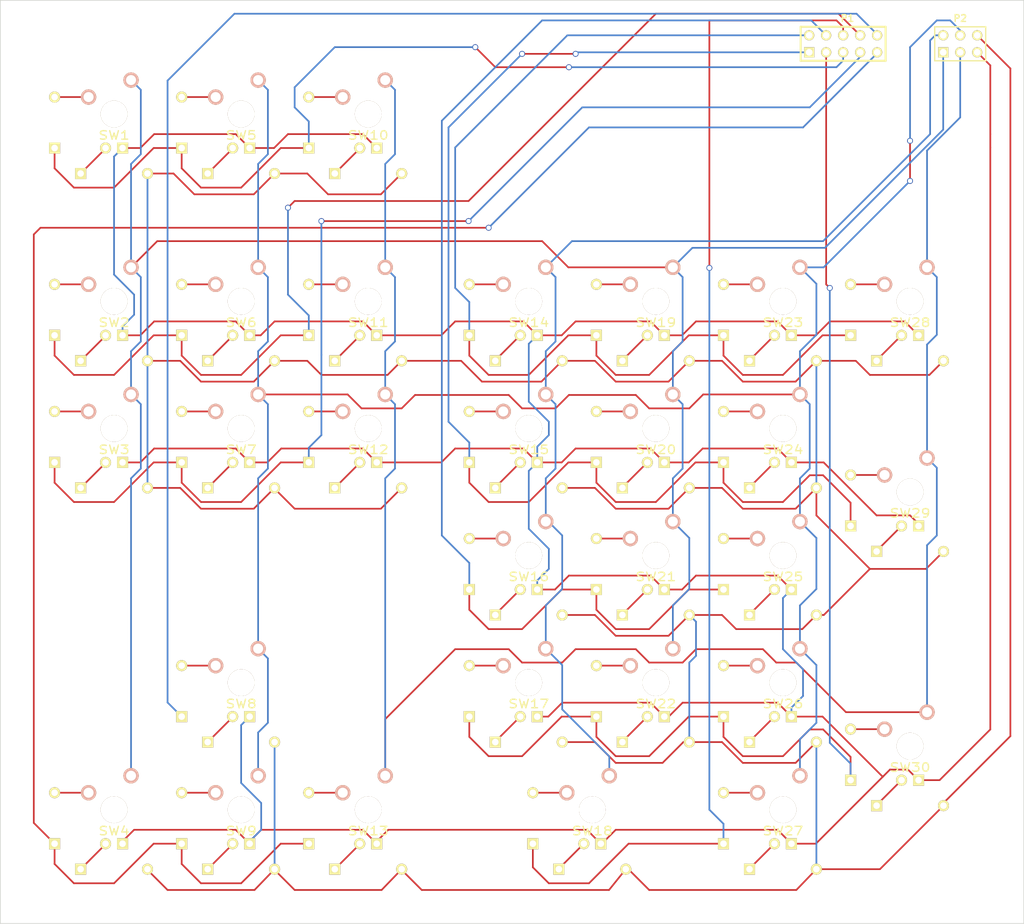
<source format=kicad_pcb>
(kicad_pcb (version 3) (host pcbnew "(2013-07-07 BZR 4022)-stable")

  (general
    (links 180)
    (no_connects 0)
    (area 36.949999 28.949999 190.050001 167.050001)
    (thickness 1.6)
    (drawings 4)
    (tracks 661)
    (zones 0)
    (modules 32)
    (nets 77)
  )

  (page A3)
  (layers
    (15 F.Cu signal)
    (0 B.Cu signal)
    (16 B.Adhes user)
    (17 F.Adhes user)
    (18 B.Paste user)
    (19 F.Paste user)
    (20 B.SilkS user)
    (21 F.SilkS user)
    (22 B.Mask user)
    (23 F.Mask user)
    (24 Dwgs.User user)
    (25 Cmts.User user)
    (26 Eco1.User user)
    (27 Eco2.User user)
    (28 Edge.Cuts user)
  )

  (setup
    (last_trace_width 0.254)
    (trace_clearance 0.254)
    (zone_clearance 0.508)
    (zone_45_only no)
    (trace_min 0.254)
    (segment_width 0.2)
    (edge_width 0.1)
    (via_size 0.889)
    (via_drill 0.635)
    (via_min_size 0.889)
    (via_min_drill 0.508)
    (uvia_size 0.508)
    (uvia_drill 0.127)
    (uvias_allowed no)
    (uvia_min_size 0.508)
    (uvia_min_drill 0.127)
    (pcb_text_width 0.3)
    (pcb_text_size 1.5 1.5)
    (mod_edge_width 0.15)
    (mod_text_size 1 1)
    (mod_text_width 0.15)
    (pad_size 1.651 1.651)
    (pad_drill 0.9906)
    (pad_to_mask_clearance 0)
    (aux_axis_origin 0 0)
    (visible_elements 7FFFFFFF)
    (pcbplotparams
      (layerselection 284196865)
      (usegerberextensions true)
      (excludeedgelayer true)
      (linewidth 0.150000)
      (plotframeref false)
      (viasonmask false)
      (mode 1)
      (useauxorigin false)
      (hpglpennumber 1)
      (hpglpenspeed 20)
      (hpglpendiameter 15)
      (hpglpenoverlay 2)
      (psnegative false)
      (psa4output false)
      (plotreference true)
      (plotvalue true)
      (plotothertext true)
      (plotinvisibletext false)
      (padsonsilk false)
      (subtractmaskfromsilk false)
      (outputformat 1)
      (mirror false)
      (drillshape 0)
      (scaleselection 1)
      (outputdirectory ""))
  )

  (net 0 "")
  (net 1 N-000001)
  (net 2 N-0000010)
  (net 3 N-0000011)
  (net 4 N-0000012)
  (net 5 N-0000013)
  (net 6 N-0000014)
  (net 7 N-0000015)
  (net 8 N-0000016)
  (net 9 N-0000017)
  (net 10 N-0000018)
  (net 11 N-0000019)
  (net 12 N-000002)
  (net 13 N-0000020)
  (net 14 N-0000021)
  (net 15 N-0000022)
  (net 16 N-0000023)
  (net 17 N-0000024)
  (net 18 N-0000025)
  (net 19 N-0000026)
  (net 20 N-0000027)
  (net 21 N-0000028)
  (net 22 N-0000029)
  (net 23 N-000003)
  (net 24 N-0000030)
  (net 25 N-0000031)
  (net 26 N-0000032)
  (net 27 N-0000033)
  (net 28 N-0000034)
  (net 29 N-0000035)
  (net 30 N-0000036)
  (net 31 N-0000037)
  (net 32 N-0000038)
  (net 33 N-0000039)
  (net 34 N-000004)
  (net 35 N-0000040)
  (net 36 N-0000041)
  (net 37 N-0000042)
  (net 38 N-0000043)
  (net 39 N-0000044)
  (net 40 N-0000045)
  (net 41 N-0000046)
  (net 42 N-0000047)
  (net 43 N-0000048)
  (net 44 N-0000049)
  (net 45 N-000005)
  (net 46 N-0000050)
  (net 47 N-0000051)
  (net 48 N-0000052)
  (net 49 N-0000053)
  (net 50 N-0000054)
  (net 51 N-0000055)
  (net 52 N-0000056)
  (net 53 N-0000057)
  (net 54 N-0000058)
  (net 55 N-0000059)
  (net 56 N-000006)
  (net 57 N-0000060)
  (net 58 N-0000061)
  (net 59 N-0000062)
  (net 60 N-0000063)
  (net 61 N-0000064)
  (net 62 N-0000065)
  (net 63 N-0000066)
  (net 64 N-0000067)
  (net 65 N-0000068)
  (net 66 N-0000069)
  (net 67 N-000007)
  (net 68 N-0000070)
  (net 69 N-0000071)
  (net 70 N-0000072)
  (net 71 N-0000073)
  (net 72 N-0000074)
  (net 73 N-0000075)
  (net 74 N-0000076)
  (net 75 N-000008)
  (net 76 N-000009)

  (net_class Default "This is the default net class."
    (clearance 0.254)
    (trace_width 0.254)
    (via_dia 0.889)
    (via_drill 0.635)
    (uvia_dia 0.508)
    (uvia_drill 0.127)
    (add_net "")
    (add_net N-000001)
    (add_net N-0000010)
    (add_net N-0000011)
    (add_net N-0000012)
    (add_net N-0000013)
    (add_net N-0000014)
    (add_net N-0000015)
    (add_net N-0000016)
    (add_net N-0000017)
    (add_net N-0000018)
    (add_net N-0000019)
    (add_net N-000002)
    (add_net N-0000020)
    (add_net N-0000021)
    (add_net N-0000022)
    (add_net N-0000023)
    (add_net N-0000024)
    (add_net N-0000025)
    (add_net N-0000026)
    (add_net N-0000027)
    (add_net N-0000028)
    (add_net N-0000029)
    (add_net N-000003)
    (add_net N-0000030)
    (add_net N-0000031)
    (add_net N-0000032)
    (add_net N-0000033)
    (add_net N-0000034)
    (add_net N-0000035)
    (add_net N-0000036)
    (add_net N-0000037)
    (add_net N-0000038)
    (add_net N-0000039)
    (add_net N-000004)
    (add_net N-0000040)
    (add_net N-0000041)
    (add_net N-0000042)
    (add_net N-0000043)
    (add_net N-0000044)
    (add_net N-0000045)
    (add_net N-0000046)
    (add_net N-0000047)
    (add_net N-0000048)
    (add_net N-0000049)
    (add_net N-000005)
    (add_net N-0000050)
    (add_net N-0000051)
    (add_net N-0000052)
    (add_net N-0000053)
    (add_net N-0000054)
    (add_net N-0000055)
    (add_net N-0000056)
    (add_net N-0000057)
    (add_net N-0000058)
    (add_net N-0000059)
    (add_net N-000006)
    (add_net N-0000060)
    (add_net N-0000061)
    (add_net N-0000062)
    (add_net N-0000063)
    (add_net N-0000064)
    (add_net N-0000065)
    (add_net N-0000066)
    (add_net N-0000067)
    (add_net N-0000068)
    (add_net N-0000069)
    (add_net N-000007)
    (add_net N-0000070)
    (add_net N-0000071)
    (add_net N-0000072)
    (add_net N-0000073)
    (add_net N-0000074)
    (add_net N-0000075)
    (add_net N-0000076)
    (add_net N-000008)
    (add_net N-000009)
  )

  (module SW_DIODE (layer F.Cu) (tedit 544F28E3) (tstamp 544F296C)
    (at 54 46)
    (path /544F1F9D)
    (fp_text reference SW1 (at 0 3.175) (layer F.SilkS)
      (effects (font (size 1.27 1.524) (thickness 0.2032)))
    )
    (fp_text value SW_DIODE (at 0 5.08) (layer F.SilkS) hide
      (effects (font (size 1.27 1.524) (thickness 0.2032)))
    )
    (fp_line (start -6.985 -6.985) (end 6.985 -6.985) (layer Eco2.User) (width 0.1524))
    (fp_line (start 6.985 -6.985) (end 6.985 6.985) (layer Eco2.User) (width 0.1524))
    (fp_line (start 6.985 6.985) (end -6.985 6.985) (layer Eco2.User) (width 0.1524))
    (fp_line (start -6.985 6.985) (end -6.985 -6.985) (layer Eco2.User) (width 0.1524))
    (pad 1 thru_hole circle (at 2.54 -5.08) (size 2.286 2.286) (drill 1.4986)
      (layers *.Cu *.SilkS *.Mask)
      (net 15 N-0000022)
    )
    (pad 2 thru_hole circle (at -3.81 -2.54) (size 2.286 2.286) (drill 1.4986)
      (layers *.Cu *.SilkS *.Mask)
      (net 53 N-0000057)
    )
    (pad HOLE thru_hole circle (at 0 0) (size 3.9878 3.9878) (drill 3.9878)
      (layers *.Cu *.Mask F.SilkS)
    )
    (pad 3 thru_hole circle (at -8.89 -2.54) (size 1.651 1.651) (drill 0.9906)
      (layers *.Cu *.Mask F.SilkS)
      (net 53 N-0000057)
    )
    (pad 4 thru_hole rect (at -8.89 5.08) (size 1.651 1.651) (drill 0.9906)
      (layers *.Cu *.Mask F.SilkS)
      (net 31 N-0000037)
    )
    (pad 7 thru_hole circle (at -1.27 5.08) (size 1.651 1.651) (drill 0.9906)
      (layers *.Cu *.Mask F.SilkS)
      (net 54 N-0000058)
    )
    (pad 8 thru_hole rect (at 1.27 5.08) (size 1.651 1.651) (drill 0.9906)
      (layers *.Cu *.Mask F.SilkS)
      (net 19 N-0000026)
    )
    (pad 6 thru_hole rect (at -5 8.89) (size 1.651 1.651) (drill 0.9906)
      (layers *.Cu *.Mask F.SilkS)
      (net 54 N-0000058)
    )
    (pad 5 thru_hole circle (at 5 8.89) (size 1.651 1.651) (drill 0.9906)
      (layers *.Cu *.Mask F.SilkS)
      (net 24 N-0000030)
    )
  )

  (module SW_DIODE (layer F.Cu) (tedit 544F28E3) (tstamp 544F297D)
    (at 154 150)
    (path /544F206A)
    (fp_text reference SW27 (at 0 3.175) (layer F.SilkS)
      (effects (font (size 1.27 1.524) (thickness 0.2032)))
    )
    (fp_text value SW_DIODE (at 0 5.08) (layer F.SilkS) hide
      (effects (font (size 1.27 1.524) (thickness 0.2032)))
    )
    (fp_line (start -6.985 -6.985) (end 6.985 -6.985) (layer Eco2.User) (width 0.1524))
    (fp_line (start 6.985 -6.985) (end 6.985 6.985) (layer Eco2.User) (width 0.1524))
    (fp_line (start 6.985 6.985) (end -6.985 6.985) (layer Eco2.User) (width 0.1524))
    (fp_line (start -6.985 6.985) (end -6.985 -6.985) (layer Eco2.User) (width 0.1524))
    (pad 1 thru_hole circle (at 2.54 -5.08) (size 2.286 2.286) (drill 1.4986)
      (layers *.Cu *.SilkS *.Mask)
      (net 20 N-0000027)
    )
    (pad 2 thru_hole circle (at -3.81 -2.54) (size 2.286 2.286) (drill 1.4986)
      (layers *.Cu *.SilkS *.Mask)
      (net 10 N-0000018)
    )
    (pad HOLE thru_hole circle (at 0 0) (size 3.9878 3.9878) (drill 3.9878)
      (layers *.Cu *.Mask F.SilkS)
    )
    (pad 3 thru_hole circle (at -8.89 -2.54) (size 1.651 1.651) (drill 0.9906)
      (layers *.Cu *.Mask F.SilkS)
      (net 10 N-0000018)
    )
    (pad 4 thru_hole rect (at -8.89 5.08) (size 1.651 1.651) (drill 0.9906)
      (layers *.Cu *.Mask F.SilkS)
      (net 30 N-0000036)
    )
    (pad 7 thru_hole circle (at -1.27 5.08) (size 1.651 1.651) (drill 0.9906)
      (layers *.Cu *.Mask F.SilkS)
      (net 11 N-0000019)
    )
    (pad 8 thru_hole rect (at 1.27 5.08) (size 1.651 1.651) (drill 0.9906)
      (layers *.Cu *.Mask F.SilkS)
      (net 19 N-0000026)
    )
    (pad 6 thru_hole rect (at -5 8.89) (size 1.651 1.651) (drill 0.9906)
      (layers *.Cu *.Mask F.SilkS)
      (net 11 N-0000019)
    )
    (pad 5 thru_hole circle (at 5 8.89) (size 1.651 1.651) (drill 0.9906)
      (layers *.Cu *.Mask F.SilkS)
      (net 24 N-0000030)
    )
  )

  (module SW_DIODE (layer F.Cu) (tedit 544F28E3) (tstamp 544F298E)
    (at 125.5 150)
    (path /544F205E)
    (fp_text reference SW18 (at 0 3.175) (layer F.SilkS)
      (effects (font (size 1.27 1.524) (thickness 0.2032)))
    )
    (fp_text value SW_DIODE (at 0 5.08) (layer F.SilkS) hide
      (effects (font (size 1.27 1.524) (thickness 0.2032)))
    )
    (fp_line (start -6.985 -6.985) (end 6.985 -6.985) (layer Eco2.User) (width 0.1524))
    (fp_line (start 6.985 -6.985) (end 6.985 6.985) (layer Eco2.User) (width 0.1524))
    (fp_line (start 6.985 6.985) (end -6.985 6.985) (layer Eco2.User) (width 0.1524))
    (fp_line (start -6.985 6.985) (end -6.985 -6.985) (layer Eco2.User) (width 0.1524))
    (pad 1 thru_hole circle (at 2.54 -5.08) (size 2.286 2.286) (drill 1.4986)
      (layers *.Cu *.SilkS *.Mask)
      (net 17 N-0000024)
    )
    (pad 2 thru_hole circle (at -3.81 -2.54) (size 2.286 2.286) (drill 1.4986)
      (layers *.Cu *.SilkS *.Mask)
      (net 34 N-000004)
    )
    (pad HOLE thru_hole circle (at 0 0) (size 3.9878 3.9878) (drill 3.9878)
      (layers *.Cu *.Mask F.SilkS)
    )
    (pad 3 thru_hole circle (at -8.89 -2.54) (size 1.651 1.651) (drill 0.9906)
      (layers *.Cu *.Mask F.SilkS)
      (net 34 N-000004)
    )
    (pad 4 thru_hole rect (at -8.89 5.08) (size 1.651 1.651) (drill 0.9906)
      (layers *.Cu *.Mask F.SilkS)
      (net 30 N-0000036)
    )
    (pad 7 thru_hole circle (at -1.27 5.08) (size 1.651 1.651) (drill 0.9906)
      (layers *.Cu *.Mask F.SilkS)
      (net 45 N-000005)
    )
    (pad 8 thru_hole rect (at 1.27 5.08) (size 1.651 1.651) (drill 0.9906)
      (layers *.Cu *.Mask F.SilkS)
      (net 19 N-0000026)
    )
    (pad 6 thru_hole rect (at -5 8.89) (size 1.651 1.651) (drill 0.9906)
      (layers *.Cu *.Mask F.SilkS)
      (net 45 N-000005)
    )
    (pad 5 thru_hole circle (at 5 8.89) (size 1.651 1.651) (drill 0.9906)
      (layers *.Cu *.Mask F.SilkS)
      (net 24 N-0000030)
    )
  )

  (module SW_DIODE (layer F.Cu) (tedit 544F28E3) (tstamp 544F299F)
    (at 173 140.5)
    (path /544F2058)
    (fp_text reference SW30 (at 0 3.175) (layer F.SilkS)
      (effects (font (size 1.27 1.524) (thickness 0.2032)))
    )
    (fp_text value SW_DIODE (at 0 5.08) (layer F.SilkS) hide
      (effects (font (size 1.27 1.524) (thickness 0.2032)))
    )
    (fp_line (start -6.985 -6.985) (end 6.985 -6.985) (layer Eco2.User) (width 0.1524))
    (fp_line (start 6.985 -6.985) (end 6.985 6.985) (layer Eco2.User) (width 0.1524))
    (fp_line (start 6.985 6.985) (end -6.985 6.985) (layer Eco2.User) (width 0.1524))
    (fp_line (start -6.985 6.985) (end -6.985 -6.985) (layer Eco2.User) (width 0.1524))
    (pad 1 thru_hole circle (at 2.54 -5.08) (size 2.286 2.286) (drill 1.4986)
      (layers *.Cu *.SilkS *.Mask)
      (net 18 N-0000025)
    )
    (pad 2 thru_hole circle (at -3.81 -2.54) (size 2.286 2.286) (drill 1.4986)
      (layers *.Cu *.SilkS *.Mask)
      (net 13 N-0000020)
    )
    (pad HOLE thru_hole circle (at 0 0) (size 3.9878 3.9878) (drill 3.9878)
      (layers *.Cu *.Mask F.SilkS)
    )
    (pad 3 thru_hole circle (at -8.89 -2.54) (size 1.651 1.651) (drill 0.9906)
      (layers *.Cu *.Mask F.SilkS)
      (net 13 N-0000020)
    )
    (pad 4 thru_hole rect (at -8.89 5.08) (size 1.651 1.651) (drill 0.9906)
      (layers *.Cu *.Mask F.SilkS)
      (net 29 N-0000035)
    )
    (pad 7 thru_hole circle (at -1.27 5.08) (size 1.651 1.651) (drill 0.9906)
      (layers *.Cu *.Mask F.SilkS)
      (net 14 N-0000021)
    )
    (pad 8 thru_hole rect (at 1.27 5.08) (size 1.651 1.651) (drill 0.9906)
      (layers *.Cu *.Mask F.SilkS)
      (net 19 N-0000026)
    )
    (pad 6 thru_hole rect (at -5 8.89) (size 1.651 1.651) (drill 0.9906)
      (layers *.Cu *.Mask F.SilkS)
      (net 14 N-0000021)
    )
    (pad 5 thru_hole circle (at 5 8.89) (size 1.651 1.651) (drill 0.9906)
      (layers *.Cu *.Mask F.SilkS)
      (net 24 N-0000030)
    )
  )

  (module SW_DIODE (layer F.Cu) (tedit 544F28E3) (tstamp 544F29B0)
    (at 154 131)
    (path /544F2052)
    (fp_text reference SW26 (at 0 3.175) (layer F.SilkS)
      (effects (font (size 1.27 1.524) (thickness 0.2032)))
    )
    (fp_text value SW_DIODE (at 0 5.08) (layer F.SilkS) hide
      (effects (font (size 1.27 1.524) (thickness 0.2032)))
    )
    (fp_line (start -6.985 -6.985) (end 6.985 -6.985) (layer Eco2.User) (width 0.1524))
    (fp_line (start 6.985 -6.985) (end 6.985 6.985) (layer Eco2.User) (width 0.1524))
    (fp_line (start 6.985 6.985) (end -6.985 6.985) (layer Eco2.User) (width 0.1524))
    (fp_line (start -6.985 6.985) (end -6.985 -6.985) (layer Eco2.User) (width 0.1524))
    (pad 1 thru_hole circle (at 2.54 -5.08) (size 2.286 2.286) (drill 1.4986)
      (layers *.Cu *.SilkS *.Mask)
      (net 20 N-0000027)
    )
    (pad 2 thru_hole circle (at -3.81 -2.54) (size 2.286 2.286) (drill 1.4986)
      (layers *.Cu *.SilkS *.Mask)
      (net 75 N-000008)
    )
    (pad HOLE thru_hole circle (at 0 0) (size 3.9878 3.9878) (drill 3.9878)
      (layers *.Cu *.Mask F.SilkS)
    )
    (pad 3 thru_hole circle (at -8.89 -2.54) (size 1.651 1.651) (drill 0.9906)
      (layers *.Cu *.Mask F.SilkS)
      (net 75 N-000008)
    )
    (pad 4 thru_hole rect (at -8.89 5.08) (size 1.651 1.651) (drill 0.9906)
      (layers *.Cu *.Mask F.SilkS)
      (net 29 N-0000035)
    )
    (pad 7 thru_hole circle (at -1.27 5.08) (size 1.651 1.651) (drill 0.9906)
      (layers *.Cu *.Mask F.SilkS)
      (net 9 N-0000017)
    )
    (pad 8 thru_hole rect (at 1.27 5.08) (size 1.651 1.651) (drill 0.9906)
      (layers *.Cu *.Mask F.SilkS)
      (net 19 N-0000026)
    )
    (pad 6 thru_hole rect (at -5 8.89) (size 1.651 1.651) (drill 0.9906)
      (layers *.Cu *.Mask F.SilkS)
      (net 9 N-0000017)
    )
    (pad 5 thru_hole circle (at 5 8.89) (size 1.651 1.651) (drill 0.9906)
      (layers *.Cu *.Mask F.SilkS)
      (net 24 N-0000030)
    )
  )

  (module SW_DIODE (layer F.Cu) (tedit 544F28E3) (tstamp 544F29C1)
    (at 135 131)
    (path /544F204C)
    (fp_text reference SW22 (at 0 3.175) (layer F.SilkS)
      (effects (font (size 1.27 1.524) (thickness 0.2032)))
    )
    (fp_text value SW_DIODE (at 0 5.08) (layer F.SilkS) hide
      (effects (font (size 1.27 1.524) (thickness 0.2032)))
    )
    (fp_line (start -6.985 -6.985) (end 6.985 -6.985) (layer Eco2.User) (width 0.1524))
    (fp_line (start 6.985 -6.985) (end 6.985 6.985) (layer Eco2.User) (width 0.1524))
    (fp_line (start 6.985 6.985) (end -6.985 6.985) (layer Eco2.User) (width 0.1524))
    (fp_line (start -6.985 6.985) (end -6.985 -6.985) (layer Eco2.User) (width 0.1524))
    (pad 1 thru_hole circle (at 2.54 -5.08) (size 2.286 2.286) (drill 1.4986)
      (layers *.Cu *.SilkS *.Mask)
      (net 15 N-0000022)
    )
    (pad 2 thru_hole circle (at -3.81 -2.54) (size 2.286 2.286) (drill 1.4986)
      (layers *.Cu *.SilkS *.Mask)
      (net 56 N-000006)
    )
    (pad HOLE thru_hole circle (at 0 0) (size 3.9878 3.9878) (drill 3.9878)
      (layers *.Cu *.Mask F.SilkS)
    )
    (pad 3 thru_hole circle (at -8.89 -2.54) (size 1.651 1.651) (drill 0.9906)
      (layers *.Cu *.Mask F.SilkS)
      (net 56 N-000006)
    )
    (pad 4 thru_hole rect (at -8.89 5.08) (size 1.651 1.651) (drill 0.9906)
      (layers *.Cu *.Mask F.SilkS)
      (net 29 N-0000035)
    )
    (pad 7 thru_hole circle (at -1.27 5.08) (size 1.651 1.651) (drill 0.9906)
      (layers *.Cu *.Mask F.SilkS)
      (net 67 N-000007)
    )
    (pad 8 thru_hole rect (at 1.27 5.08) (size 1.651 1.651) (drill 0.9906)
      (layers *.Cu *.Mask F.SilkS)
      (net 19 N-0000026)
    )
    (pad 6 thru_hole rect (at -5 8.89) (size 1.651 1.651) (drill 0.9906)
      (layers *.Cu *.Mask F.SilkS)
      (net 67 N-000007)
    )
    (pad 5 thru_hole circle (at 5 8.89) (size 1.651 1.651) (drill 0.9906)
      (layers *.Cu *.Mask F.SilkS)
      (net 24 N-0000030)
    )
  )

  (module SW_DIODE (layer F.Cu) (tedit 544F28E3) (tstamp 544F29D2)
    (at 116 131)
    (path /544F2046)
    (fp_text reference SW17 (at 0 3.175) (layer F.SilkS)
      (effects (font (size 1.27 1.524) (thickness 0.2032)))
    )
    (fp_text value SW_DIODE (at 0 5.08) (layer F.SilkS) hide
      (effects (font (size 1.27 1.524) (thickness 0.2032)))
    )
    (fp_line (start -6.985 -6.985) (end 6.985 -6.985) (layer Eco2.User) (width 0.1524))
    (fp_line (start 6.985 -6.985) (end 6.985 6.985) (layer Eco2.User) (width 0.1524))
    (fp_line (start 6.985 6.985) (end -6.985 6.985) (layer Eco2.User) (width 0.1524))
    (fp_line (start -6.985 6.985) (end -6.985 -6.985) (layer Eco2.User) (width 0.1524))
    (pad 1 thru_hole circle (at 2.54 -5.08) (size 2.286 2.286) (drill 1.4986)
      (layers *.Cu *.SilkS *.Mask)
      (net 17 N-0000024)
    )
    (pad 2 thru_hole circle (at -3.81 -2.54) (size 2.286 2.286) (drill 1.4986)
      (layers *.Cu *.SilkS *.Mask)
      (net 12 N-000002)
    )
    (pad HOLE thru_hole circle (at 0 0) (size 3.9878 3.9878) (drill 3.9878)
      (layers *.Cu *.Mask F.SilkS)
    )
    (pad 3 thru_hole circle (at -8.89 -2.54) (size 1.651 1.651) (drill 0.9906)
      (layers *.Cu *.Mask F.SilkS)
      (net 12 N-000002)
    )
    (pad 4 thru_hole rect (at -8.89 5.08) (size 1.651 1.651) (drill 0.9906)
      (layers *.Cu *.Mask F.SilkS)
      (net 29 N-0000035)
    )
    (pad 7 thru_hole circle (at -1.27 5.08) (size 1.651 1.651) (drill 0.9906)
      (layers *.Cu *.Mask F.SilkS)
      (net 23 N-000003)
    )
    (pad 8 thru_hole rect (at 1.27 5.08) (size 1.651 1.651) (drill 0.9906)
      (layers *.Cu *.Mask F.SilkS)
      (net 19 N-0000026)
    )
    (pad 6 thru_hole rect (at -5 8.89) (size 1.651 1.651) (drill 0.9906)
      (layers *.Cu *.Mask F.SilkS)
      (net 23 N-000003)
    )
    (pad 5 thru_hole circle (at 5 8.89) (size 1.651 1.651) (drill 0.9906)
      (layers *.Cu *.Mask F.SilkS)
      (net 24 N-0000030)
    )
  )

  (module SW_DIODE (layer F.Cu) (tedit 544F28E3) (tstamp 544F29E3)
    (at 173 102.5)
    (path /544F203A)
    (fp_text reference SW29 (at 0 3.175) (layer F.SilkS)
      (effects (font (size 1.27 1.524) (thickness 0.2032)))
    )
    (fp_text value SW_DIODE (at 0 5.08) (layer F.SilkS) hide
      (effects (font (size 1.27 1.524) (thickness 0.2032)))
    )
    (fp_line (start -6.985 -6.985) (end 6.985 -6.985) (layer Eco2.User) (width 0.1524))
    (fp_line (start 6.985 -6.985) (end 6.985 6.985) (layer Eco2.User) (width 0.1524))
    (fp_line (start 6.985 6.985) (end -6.985 6.985) (layer Eco2.User) (width 0.1524))
    (fp_line (start -6.985 6.985) (end -6.985 -6.985) (layer Eco2.User) (width 0.1524))
    (pad 1 thru_hole circle (at 2.54 -5.08) (size 2.286 2.286) (drill 1.4986)
      (layers *.Cu *.SilkS *.Mask)
      (net 18 N-0000025)
    )
    (pad 2 thru_hole circle (at -3.81 -2.54) (size 2.286 2.286) (drill 1.4986)
      (layers *.Cu *.SilkS *.Mask)
      (net 8 N-0000016)
    )
    (pad HOLE thru_hole circle (at 0 0) (size 3.9878 3.9878) (drill 3.9878)
      (layers *.Cu *.Mask F.SilkS)
    )
    (pad 3 thru_hole circle (at -8.89 -2.54) (size 1.651 1.651) (drill 0.9906)
      (layers *.Cu *.Mask F.SilkS)
      (net 8 N-0000016)
    )
    (pad 4 thru_hole rect (at -8.89 5.08) (size 1.651 1.651) (drill 0.9906)
      (layers *.Cu *.Mask F.SilkS)
      (net 21 N-0000028)
    )
    (pad 7 thru_hole circle (at -1.27 5.08) (size 1.651 1.651) (drill 0.9906)
      (layers *.Cu *.Mask F.SilkS)
      (net 1 N-000001)
    )
    (pad 8 thru_hole rect (at 1.27 5.08) (size 1.651 1.651) (drill 0.9906)
      (layers *.Cu *.Mask F.SilkS)
      (net 19 N-0000026)
    )
    (pad 6 thru_hole rect (at -5 8.89) (size 1.651 1.651) (drill 0.9906)
      (layers *.Cu *.Mask F.SilkS)
      (net 1 N-000001)
    )
    (pad 5 thru_hole circle (at 5 8.89) (size 1.651 1.651) (drill 0.9906)
      (layers *.Cu *.Mask F.SilkS)
      (net 24 N-0000030)
    )
  )

  (module SW_DIODE (layer F.Cu) (tedit 544F28E3) (tstamp 544F29F4)
    (at 173 74)
    (path /544F2034)
    (fp_text reference SW28 (at 0 3.175) (layer F.SilkS)
      (effects (font (size 1.27 1.524) (thickness 0.2032)))
    )
    (fp_text value SW_DIODE (at 0 5.08) (layer F.SilkS) hide
      (effects (font (size 1.27 1.524) (thickness 0.2032)))
    )
    (fp_line (start -6.985 -6.985) (end 6.985 -6.985) (layer Eco2.User) (width 0.1524))
    (fp_line (start 6.985 -6.985) (end 6.985 6.985) (layer Eco2.User) (width 0.1524))
    (fp_line (start 6.985 6.985) (end -6.985 6.985) (layer Eco2.User) (width 0.1524))
    (fp_line (start -6.985 6.985) (end -6.985 -6.985) (layer Eco2.User) (width 0.1524))
    (pad 1 thru_hole circle (at 2.54 -5.08) (size 2.286 2.286) (drill 1.4986)
      (layers *.Cu *.SilkS *.Mask)
      (net 18 N-0000025)
    )
    (pad 2 thru_hole circle (at -3.81 -2.54) (size 2.286 2.286) (drill 1.4986)
      (layers *.Cu *.SilkS *.Mask)
      (net 6 N-0000014)
    )
    (pad HOLE thru_hole circle (at 0 0) (size 3.9878 3.9878) (drill 3.9878)
      (layers *.Cu *.Mask F.SilkS)
    )
    (pad 3 thru_hole circle (at -8.89 -2.54) (size 1.651 1.651) (drill 0.9906)
      (layers *.Cu *.Mask F.SilkS)
      (net 6 N-0000014)
    )
    (pad 4 thru_hole rect (at -8.89 5.08) (size 1.651 1.651) (drill 0.9906)
      (layers *.Cu *.Mask F.SilkS)
      (net 25 N-0000031)
    )
    (pad 7 thru_hole circle (at -1.27 5.08) (size 1.651 1.651) (drill 0.9906)
      (layers *.Cu *.Mask F.SilkS)
      (net 7 N-0000015)
    )
    (pad 8 thru_hole rect (at 1.27 5.08) (size 1.651 1.651) (drill 0.9906)
      (layers *.Cu *.Mask F.SilkS)
      (net 19 N-0000026)
    )
    (pad 6 thru_hole rect (at -5 8.89) (size 1.651 1.651) (drill 0.9906)
      (layers *.Cu *.Mask F.SilkS)
      (net 7 N-0000015)
    )
    (pad 5 thru_hole circle (at 5 8.89) (size 1.651 1.651) (drill 0.9906)
      (layers *.Cu *.Mask F.SilkS)
      (net 24 N-0000030)
    )
  )

  (module SW_DIODE (layer F.Cu) (tedit 544F28E3) (tstamp 544F2A05)
    (at 154 112)
    (path /544F202E)
    (fp_text reference SW25 (at 0 3.175) (layer F.SilkS)
      (effects (font (size 1.27 1.524) (thickness 0.2032)))
    )
    (fp_text value SW_DIODE (at 0 5.08) (layer F.SilkS) hide
      (effects (font (size 1.27 1.524) (thickness 0.2032)))
    )
    (fp_line (start -6.985 -6.985) (end 6.985 -6.985) (layer Eco2.User) (width 0.1524))
    (fp_line (start 6.985 -6.985) (end 6.985 6.985) (layer Eco2.User) (width 0.1524))
    (fp_line (start 6.985 6.985) (end -6.985 6.985) (layer Eco2.User) (width 0.1524))
    (fp_line (start -6.985 6.985) (end -6.985 -6.985) (layer Eco2.User) (width 0.1524))
    (pad 1 thru_hole circle (at 2.54 -5.08) (size 2.286 2.286) (drill 1.4986)
      (layers *.Cu *.SilkS *.Mask)
      (net 20 N-0000027)
    )
    (pad 2 thru_hole circle (at -3.81 -2.54) (size 2.286 2.286) (drill 1.4986)
      (layers *.Cu *.SilkS *.Mask)
      (net 5 N-0000013)
    )
    (pad HOLE thru_hole circle (at 0 0) (size 3.9878 3.9878) (drill 3.9878)
      (layers *.Cu *.Mask F.SilkS)
    )
    (pad 3 thru_hole circle (at -8.89 -2.54) (size 1.651 1.651) (drill 0.9906)
      (layers *.Cu *.Mask F.SilkS)
      (net 5 N-0000013)
    )
    (pad 4 thru_hole rect (at -8.89 5.08) (size 1.651 1.651) (drill 0.9906)
      (layers *.Cu *.Mask F.SilkS)
      (net 22 N-0000029)
    )
    (pad 7 thru_hole circle (at -1.27 5.08) (size 1.651 1.651) (drill 0.9906)
      (layers *.Cu *.Mask F.SilkS)
      (net 76 N-000009)
    )
    (pad 8 thru_hole rect (at 1.27 5.08) (size 1.651 1.651) (drill 0.9906)
      (layers *.Cu *.Mask F.SilkS)
      (net 19 N-0000026)
    )
    (pad 6 thru_hole rect (at -5 8.89) (size 1.651 1.651) (drill 0.9906)
      (layers *.Cu *.Mask F.SilkS)
      (net 76 N-000009)
    )
    (pad 5 thru_hole circle (at 5 8.89) (size 1.651 1.651) (drill 0.9906)
      (layers *.Cu *.Mask F.SilkS)
      (net 24 N-0000030)
    )
  )

  (module SW_DIODE (layer F.Cu) (tedit 544F28E3) (tstamp 544F2A16)
    (at 135 112)
    (path /544F2028)
    (fp_text reference SW21 (at 0 3.175) (layer F.SilkS)
      (effects (font (size 1.27 1.524) (thickness 0.2032)))
    )
    (fp_text value SW_DIODE (at 0 5.08) (layer F.SilkS) hide
      (effects (font (size 1.27 1.524) (thickness 0.2032)))
    )
    (fp_line (start -6.985 -6.985) (end 6.985 -6.985) (layer Eco2.User) (width 0.1524))
    (fp_line (start 6.985 -6.985) (end 6.985 6.985) (layer Eco2.User) (width 0.1524))
    (fp_line (start 6.985 6.985) (end -6.985 6.985) (layer Eco2.User) (width 0.1524))
    (fp_line (start -6.985 6.985) (end -6.985 -6.985) (layer Eco2.User) (width 0.1524))
    (pad 1 thru_hole circle (at 2.54 -5.08) (size 2.286 2.286) (drill 1.4986)
      (layers *.Cu *.SilkS *.Mask)
      (net 15 N-0000022)
    )
    (pad 2 thru_hole circle (at -3.81 -2.54) (size 2.286 2.286) (drill 1.4986)
      (layers *.Cu *.SilkS *.Mask)
      (net 73 N-0000075)
    )
    (pad HOLE thru_hole circle (at 0 0) (size 3.9878 3.9878) (drill 3.9878)
      (layers *.Cu *.Mask F.SilkS)
    )
    (pad 3 thru_hole circle (at -8.89 -2.54) (size 1.651 1.651) (drill 0.9906)
      (layers *.Cu *.Mask F.SilkS)
      (net 73 N-0000075)
    )
    (pad 4 thru_hole rect (at -8.89 5.08) (size 1.651 1.651) (drill 0.9906)
      (layers *.Cu *.Mask F.SilkS)
      (net 22 N-0000029)
    )
    (pad 7 thru_hole circle (at -1.27 5.08) (size 1.651 1.651) (drill 0.9906)
      (layers *.Cu *.Mask F.SilkS)
      (net 43 N-0000048)
    )
    (pad 8 thru_hole rect (at 1.27 5.08) (size 1.651 1.651) (drill 0.9906)
      (layers *.Cu *.Mask F.SilkS)
      (net 19 N-0000026)
    )
    (pad 6 thru_hole rect (at -5 8.89) (size 1.651 1.651) (drill 0.9906)
      (layers *.Cu *.Mask F.SilkS)
      (net 43 N-0000048)
    )
    (pad 5 thru_hole circle (at 5 8.89) (size 1.651 1.651) (drill 0.9906)
      (layers *.Cu *.Mask F.SilkS)
      (net 24 N-0000030)
    )
  )

  (module SW_DIODE (layer F.Cu) (tedit 544F28E3) (tstamp 544F2A27)
    (at 116 112)
    (path /544F2022)
    (fp_text reference SW16 (at 0 3.175) (layer F.SilkS)
      (effects (font (size 1.27 1.524) (thickness 0.2032)))
    )
    (fp_text value SW_DIODE (at 0 5.08) (layer F.SilkS) hide
      (effects (font (size 1.27 1.524) (thickness 0.2032)))
    )
    (fp_line (start -6.985 -6.985) (end 6.985 -6.985) (layer Eco2.User) (width 0.1524))
    (fp_line (start 6.985 -6.985) (end 6.985 6.985) (layer Eco2.User) (width 0.1524))
    (fp_line (start 6.985 6.985) (end -6.985 6.985) (layer Eco2.User) (width 0.1524))
    (fp_line (start -6.985 6.985) (end -6.985 -6.985) (layer Eco2.User) (width 0.1524))
    (pad 1 thru_hole circle (at 2.54 -5.08) (size 2.286 2.286) (drill 1.4986)
      (layers *.Cu *.SilkS *.Mask)
      (net 17 N-0000024)
    )
    (pad 2 thru_hole circle (at -3.81 -2.54) (size 2.286 2.286) (drill 1.4986)
      (layers *.Cu *.SilkS *.Mask)
      (net 47 N-0000051)
    )
    (pad HOLE thru_hole circle (at 0 0) (size 3.9878 3.9878) (drill 3.9878)
      (layers *.Cu *.Mask F.SilkS)
    )
    (pad 3 thru_hole circle (at -8.89 -2.54) (size 1.651 1.651) (drill 0.9906)
      (layers *.Cu *.Mask F.SilkS)
      (net 47 N-0000051)
    )
    (pad 4 thru_hole rect (at -8.89 5.08) (size 1.651 1.651) (drill 0.9906)
      (layers *.Cu *.Mask F.SilkS)
      (net 22 N-0000029)
    )
    (pad 7 thru_hole circle (at -1.27 5.08) (size 1.651 1.651) (drill 0.9906)
      (layers *.Cu *.Mask F.SilkS)
      (net 48 N-0000052)
    )
    (pad 8 thru_hole rect (at 1.27 5.08) (size 1.651 1.651) (drill 0.9906)
      (layers *.Cu *.Mask F.SilkS)
      (net 19 N-0000026)
    )
    (pad 6 thru_hole rect (at -5 8.89) (size 1.651 1.651) (drill 0.9906)
      (layers *.Cu *.Mask F.SilkS)
      (net 48 N-0000052)
    )
    (pad 5 thru_hole circle (at 5 8.89) (size 1.651 1.651) (drill 0.9906)
      (layers *.Cu *.Mask F.SilkS)
      (net 24 N-0000030)
    )
  )

  (module SW_DIODE (layer F.Cu) (tedit 544F28E3) (tstamp 544F2A38)
    (at 154 93)
    (path /544F201C)
    (fp_text reference SW24 (at 0 3.175) (layer F.SilkS)
      (effects (font (size 1.27 1.524) (thickness 0.2032)))
    )
    (fp_text value SW_DIODE (at 0 5.08) (layer F.SilkS) hide
      (effects (font (size 1.27 1.524) (thickness 0.2032)))
    )
    (fp_line (start -6.985 -6.985) (end 6.985 -6.985) (layer Eco2.User) (width 0.1524))
    (fp_line (start 6.985 -6.985) (end 6.985 6.985) (layer Eco2.User) (width 0.1524))
    (fp_line (start 6.985 6.985) (end -6.985 6.985) (layer Eco2.User) (width 0.1524))
    (fp_line (start -6.985 6.985) (end -6.985 -6.985) (layer Eco2.User) (width 0.1524))
    (pad 1 thru_hole circle (at 2.54 -5.08) (size 2.286 2.286) (drill 1.4986)
      (layers *.Cu *.SilkS *.Mask)
      (net 20 N-0000027)
    )
    (pad 2 thru_hole circle (at -3.81 -2.54) (size 2.286 2.286) (drill 1.4986)
      (layers *.Cu *.SilkS *.Mask)
      (net 3 N-0000011)
    )
    (pad HOLE thru_hole circle (at 0 0) (size 3.9878 3.9878) (drill 3.9878)
      (layers *.Cu *.Mask F.SilkS)
    )
    (pad 3 thru_hole circle (at -8.89 -2.54) (size 1.651 1.651) (drill 0.9906)
      (layers *.Cu *.Mask F.SilkS)
      (net 3 N-0000011)
    )
    (pad 4 thru_hole rect (at -8.89 5.08) (size 1.651 1.651) (drill 0.9906)
      (layers *.Cu *.Mask F.SilkS)
      (net 21 N-0000028)
    )
    (pad 7 thru_hole circle (at -1.27 5.08) (size 1.651 1.651) (drill 0.9906)
      (layers *.Cu *.Mask F.SilkS)
      (net 4 N-0000012)
    )
    (pad 8 thru_hole rect (at 1.27 5.08) (size 1.651 1.651) (drill 0.9906)
      (layers *.Cu *.Mask F.SilkS)
      (net 19 N-0000026)
    )
    (pad 6 thru_hole rect (at -5 8.89) (size 1.651 1.651) (drill 0.9906)
      (layers *.Cu *.Mask F.SilkS)
      (net 4 N-0000012)
    )
    (pad 5 thru_hole circle (at 5 8.89) (size 1.651 1.651) (drill 0.9906)
      (layers *.Cu *.Mask F.SilkS)
      (net 24 N-0000030)
    )
  )

  (module SW_DIODE (layer F.Cu) (tedit 544F28E3) (tstamp 544F2A49)
    (at 135 93)
    (path /544F2016)
    (fp_text reference SW20 (at 0 3.175) (layer F.SilkS)
      (effects (font (size 1.27 1.524) (thickness 0.2032)))
    )
    (fp_text value SW_DIODE (at 0 5.08) (layer F.SilkS) hide
      (effects (font (size 1.27 1.524) (thickness 0.2032)))
    )
    (fp_line (start -6.985 -6.985) (end 6.985 -6.985) (layer Eco2.User) (width 0.1524))
    (fp_line (start 6.985 -6.985) (end 6.985 6.985) (layer Eco2.User) (width 0.1524))
    (fp_line (start 6.985 6.985) (end -6.985 6.985) (layer Eco2.User) (width 0.1524))
    (fp_line (start -6.985 6.985) (end -6.985 -6.985) (layer Eco2.User) (width 0.1524))
    (pad 1 thru_hole circle (at 2.54 -5.08) (size 2.286 2.286) (drill 1.4986)
      (layers *.Cu *.SilkS *.Mask)
      (net 15 N-0000022)
    )
    (pad 2 thru_hole circle (at -3.81 -2.54) (size 2.286 2.286) (drill 1.4986)
      (layers *.Cu *.SilkS *.Mask)
      (net 37 N-0000042)
    )
    (pad HOLE thru_hole circle (at 0 0) (size 3.9878 3.9878) (drill 3.9878)
      (layers *.Cu *.Mask F.SilkS)
    )
    (pad 3 thru_hole circle (at -8.89 -2.54) (size 1.651 1.651) (drill 0.9906)
      (layers *.Cu *.Mask F.SilkS)
      (net 37 N-0000042)
    )
    (pad 4 thru_hole rect (at -8.89 5.08) (size 1.651 1.651) (drill 0.9906)
      (layers *.Cu *.Mask F.SilkS)
      (net 21 N-0000028)
    )
    (pad 7 thru_hole circle (at -1.27 5.08) (size 1.651 1.651) (drill 0.9906)
      (layers *.Cu *.Mask F.SilkS)
      (net 44 N-0000049)
    )
    (pad 8 thru_hole rect (at 1.27 5.08) (size 1.651 1.651) (drill 0.9906)
      (layers *.Cu *.Mask F.SilkS)
      (net 19 N-0000026)
    )
    (pad 6 thru_hole rect (at -5 8.89) (size 1.651 1.651) (drill 0.9906)
      (layers *.Cu *.Mask F.SilkS)
      (net 44 N-0000049)
    )
    (pad 5 thru_hole circle (at 5 8.89) (size 1.651 1.651) (drill 0.9906)
      (layers *.Cu *.Mask F.SilkS)
      (net 24 N-0000030)
    )
  )

  (module SW_DIODE (layer F.Cu) (tedit 544F28E3) (tstamp 544F2A5A)
    (at 116 93)
    (path /544F2010)
    (fp_text reference SW15 (at 0 3.175) (layer F.SilkS)
      (effects (font (size 1.27 1.524) (thickness 0.2032)))
    )
    (fp_text value SW_DIODE (at 0 5.08) (layer F.SilkS) hide
      (effects (font (size 1.27 1.524) (thickness 0.2032)))
    )
    (fp_line (start -6.985 -6.985) (end 6.985 -6.985) (layer Eco2.User) (width 0.1524))
    (fp_line (start 6.985 -6.985) (end 6.985 6.985) (layer Eco2.User) (width 0.1524))
    (fp_line (start 6.985 6.985) (end -6.985 6.985) (layer Eco2.User) (width 0.1524))
    (fp_line (start -6.985 6.985) (end -6.985 -6.985) (layer Eco2.User) (width 0.1524))
    (pad 1 thru_hole circle (at 2.54 -5.08) (size 2.286 2.286) (drill 1.4986)
      (layers *.Cu *.SilkS *.Mask)
      (net 17 N-0000024)
    )
    (pad 2 thru_hole circle (at -3.81 -2.54) (size 2.286 2.286) (drill 1.4986)
      (layers *.Cu *.SilkS *.Mask)
      (net 35 N-0000040)
    )
    (pad HOLE thru_hole circle (at 0 0) (size 3.9878 3.9878) (drill 3.9878)
      (layers *.Cu *.Mask F.SilkS)
    )
    (pad 3 thru_hole circle (at -8.89 -2.54) (size 1.651 1.651) (drill 0.9906)
      (layers *.Cu *.Mask F.SilkS)
      (net 35 N-0000040)
    )
    (pad 4 thru_hole rect (at -8.89 5.08) (size 1.651 1.651) (drill 0.9906)
      (layers *.Cu *.Mask F.SilkS)
      (net 21 N-0000028)
    )
    (pad 7 thru_hole circle (at -1.27 5.08) (size 1.651 1.651) (drill 0.9906)
      (layers *.Cu *.Mask F.SilkS)
      (net 36 N-0000041)
    )
    (pad 8 thru_hole rect (at 1.27 5.08) (size 1.651 1.651) (drill 0.9906)
      (layers *.Cu *.Mask F.SilkS)
      (net 19 N-0000026)
    )
    (pad 6 thru_hole rect (at -5 8.89) (size 1.651 1.651) (drill 0.9906)
      (layers *.Cu *.Mask F.SilkS)
      (net 36 N-0000041)
    )
    (pad 5 thru_hole circle (at 5 8.89) (size 1.651 1.651) (drill 0.9906)
      (layers *.Cu *.Mask F.SilkS)
      (net 24 N-0000030)
    )
  )

  (module SW_DIODE (layer F.Cu) (tedit 544F28E3) (tstamp 544F2A6B)
    (at 154 74)
    (path /544F200A)
    (fp_text reference SW23 (at 0 3.175) (layer F.SilkS)
      (effects (font (size 1.27 1.524) (thickness 0.2032)))
    )
    (fp_text value SW_DIODE (at 0 5.08) (layer F.SilkS) hide
      (effects (font (size 1.27 1.524) (thickness 0.2032)))
    )
    (fp_line (start -6.985 -6.985) (end 6.985 -6.985) (layer Eco2.User) (width 0.1524))
    (fp_line (start 6.985 -6.985) (end 6.985 6.985) (layer Eco2.User) (width 0.1524))
    (fp_line (start 6.985 6.985) (end -6.985 6.985) (layer Eco2.User) (width 0.1524))
    (fp_line (start -6.985 6.985) (end -6.985 -6.985) (layer Eco2.User) (width 0.1524))
    (pad 1 thru_hole circle (at 2.54 -5.08) (size 2.286 2.286) (drill 1.4986)
      (layers *.Cu *.SilkS *.Mask)
      (net 20 N-0000027)
    )
    (pad 2 thru_hole circle (at -3.81 -2.54) (size 2.286 2.286) (drill 1.4986)
      (layers *.Cu *.SilkS *.Mask)
      (net 33 N-0000039)
    )
    (pad HOLE thru_hole circle (at 0 0) (size 3.9878 3.9878) (drill 3.9878)
      (layers *.Cu *.Mask F.SilkS)
    )
    (pad 3 thru_hole circle (at -8.89 -2.54) (size 1.651 1.651) (drill 0.9906)
      (layers *.Cu *.Mask F.SilkS)
      (net 33 N-0000039)
    )
    (pad 4 thru_hole rect (at -8.89 5.08) (size 1.651 1.651) (drill 0.9906)
      (layers *.Cu *.Mask F.SilkS)
      (net 25 N-0000031)
    )
    (pad 7 thru_hole circle (at -1.27 5.08) (size 1.651 1.651) (drill 0.9906)
      (layers *.Cu *.Mask F.SilkS)
      (net 2 N-0000010)
    )
    (pad 8 thru_hole rect (at 1.27 5.08) (size 1.651 1.651) (drill 0.9906)
      (layers *.Cu *.Mask F.SilkS)
      (net 19 N-0000026)
    )
    (pad 6 thru_hole rect (at -5 8.89) (size 1.651 1.651) (drill 0.9906)
      (layers *.Cu *.Mask F.SilkS)
      (net 2 N-0000010)
    )
    (pad 5 thru_hole circle (at 5 8.89) (size 1.651 1.651) (drill 0.9906)
      (layers *.Cu *.Mask F.SilkS)
      (net 24 N-0000030)
    )
  )

  (module SW_DIODE (layer F.Cu) (tedit 544F28E3) (tstamp 544F2A7C)
    (at 73 46)
    (path /544F1FAA)
    (fp_text reference SW5 (at 0 3.175) (layer F.SilkS)
      (effects (font (size 1.27 1.524) (thickness 0.2032)))
    )
    (fp_text value SW_DIODE (at 0 5.08) (layer F.SilkS) hide
      (effects (font (size 1.27 1.524) (thickness 0.2032)))
    )
    (fp_line (start -6.985 -6.985) (end 6.985 -6.985) (layer Eco2.User) (width 0.1524))
    (fp_line (start 6.985 -6.985) (end 6.985 6.985) (layer Eco2.User) (width 0.1524))
    (fp_line (start 6.985 6.985) (end -6.985 6.985) (layer Eco2.User) (width 0.1524))
    (fp_line (start -6.985 6.985) (end -6.985 -6.985) (layer Eco2.User) (width 0.1524))
    (pad 1 thru_hole circle (at 2.54 -5.08) (size 2.286 2.286) (drill 1.4986)
      (layers *.Cu *.SilkS *.Mask)
      (net 20 N-0000027)
    )
    (pad 2 thru_hole circle (at -3.81 -2.54) (size 2.286 2.286) (drill 1.4986)
      (layers *.Cu *.SilkS *.Mask)
      (net 55 N-0000059)
    )
    (pad HOLE thru_hole circle (at 0 0) (size 3.9878 3.9878) (drill 3.9878)
      (layers *.Cu *.Mask F.SilkS)
    )
    (pad 3 thru_hole circle (at -8.89 -2.54) (size 1.651 1.651) (drill 0.9906)
      (layers *.Cu *.Mask F.SilkS)
      (net 55 N-0000059)
    )
    (pad 4 thru_hole rect (at -8.89 5.08) (size 1.651 1.651) (drill 0.9906)
      (layers *.Cu *.Mask F.SilkS)
      (net 31 N-0000037)
    )
    (pad 7 thru_hole circle (at -1.27 5.08) (size 1.651 1.651) (drill 0.9906)
      (layers *.Cu *.Mask F.SilkS)
      (net 57 N-0000060)
    )
    (pad 8 thru_hole rect (at 1.27 5.08) (size 1.651 1.651) (drill 0.9906)
      (layers *.Cu *.Mask F.SilkS)
      (net 19 N-0000026)
    )
    (pad 6 thru_hole rect (at -5 8.89) (size 1.651 1.651) (drill 0.9906)
      (layers *.Cu *.Mask F.SilkS)
      (net 57 N-0000060)
    )
    (pad 5 thru_hole circle (at 5 8.89) (size 1.651 1.651) (drill 0.9906)
      (layers *.Cu *.Mask F.SilkS)
      (net 24 N-0000030)
    )
  )

  (module SW_DIODE (layer F.Cu) (tedit 544F28E3) (tstamp 544F2A8D)
    (at 92 46)
    (path /544F1FB0)
    (fp_text reference SW10 (at 0 3.175) (layer F.SilkS)
      (effects (font (size 1.27 1.524) (thickness 0.2032)))
    )
    (fp_text value SW_DIODE (at 0 5.08) (layer F.SilkS) hide
      (effects (font (size 1.27 1.524) (thickness 0.2032)))
    )
    (fp_line (start -6.985 -6.985) (end 6.985 -6.985) (layer Eco2.User) (width 0.1524))
    (fp_line (start 6.985 -6.985) (end 6.985 6.985) (layer Eco2.User) (width 0.1524))
    (fp_line (start 6.985 6.985) (end -6.985 6.985) (layer Eco2.User) (width 0.1524))
    (fp_line (start -6.985 6.985) (end -6.985 -6.985) (layer Eco2.User) (width 0.1524))
    (pad 1 thru_hole circle (at 2.54 -5.08) (size 2.286 2.286) (drill 1.4986)
      (layers *.Cu *.SilkS *.Mask)
      (net 18 N-0000025)
    )
    (pad 2 thru_hole circle (at -3.81 -2.54) (size 2.286 2.286) (drill 1.4986)
      (layers *.Cu *.SilkS *.Mask)
      (net 58 N-0000061)
    )
    (pad HOLE thru_hole circle (at 0 0) (size 3.9878 3.9878) (drill 3.9878)
      (layers *.Cu *.Mask F.SilkS)
    )
    (pad 3 thru_hole circle (at -8.89 -2.54) (size 1.651 1.651) (drill 0.9906)
      (layers *.Cu *.Mask F.SilkS)
      (net 58 N-0000061)
    )
    (pad 4 thru_hole rect (at -8.89 5.08) (size 1.651 1.651) (drill 0.9906)
      (layers *.Cu *.Mask F.SilkS)
      (net 31 N-0000037)
    )
    (pad 7 thru_hole circle (at -1.27 5.08) (size 1.651 1.651) (drill 0.9906)
      (layers *.Cu *.Mask F.SilkS)
      (net 59 N-0000062)
    )
    (pad 8 thru_hole rect (at 1.27 5.08) (size 1.651 1.651) (drill 0.9906)
      (layers *.Cu *.Mask F.SilkS)
      (net 19 N-0000026)
    )
    (pad 6 thru_hole rect (at -5 8.89) (size 1.651 1.651) (drill 0.9906)
      (layers *.Cu *.Mask F.SilkS)
      (net 59 N-0000062)
    )
    (pad 5 thru_hole circle (at 5 8.89) (size 1.651 1.651) (drill 0.9906)
      (layers *.Cu *.Mask F.SilkS)
      (net 24 N-0000030)
    )
  )

  (module SW_DIODE (layer F.Cu) (tedit 544F28E3) (tstamp 544F2A9E)
    (at 54 74)
    (path /544F1FB6)
    (fp_text reference SW2 (at 0 3.175) (layer F.SilkS)
      (effects (font (size 1.27 1.524) (thickness 0.2032)))
    )
    (fp_text value SW_DIODE (at 0 5.08) (layer F.SilkS) hide
      (effects (font (size 1.27 1.524) (thickness 0.2032)))
    )
    (fp_line (start -6.985 -6.985) (end 6.985 -6.985) (layer Eco2.User) (width 0.1524))
    (fp_line (start 6.985 -6.985) (end 6.985 6.985) (layer Eco2.User) (width 0.1524))
    (fp_line (start 6.985 6.985) (end -6.985 6.985) (layer Eco2.User) (width 0.1524))
    (fp_line (start -6.985 6.985) (end -6.985 -6.985) (layer Eco2.User) (width 0.1524))
    (pad 1 thru_hole circle (at 2.54 -5.08) (size 2.286 2.286) (drill 1.4986)
      (layers *.Cu *.SilkS *.Mask)
      (net 15 N-0000022)
    )
    (pad 2 thru_hole circle (at -3.81 -2.54) (size 2.286 2.286) (drill 1.4986)
      (layers *.Cu *.SilkS *.Mask)
      (net 74 N-0000076)
    )
    (pad HOLE thru_hole circle (at 0 0) (size 3.9878 3.9878) (drill 3.9878)
      (layers *.Cu *.Mask F.SilkS)
    )
    (pad 3 thru_hole circle (at -8.89 -2.54) (size 1.651 1.651) (drill 0.9906)
      (layers *.Cu *.Mask F.SilkS)
      (net 74 N-0000076)
    )
    (pad 4 thru_hole rect (at -8.89 5.08) (size 1.651 1.651) (drill 0.9906)
      (layers *.Cu *.Mask F.SilkS)
      (net 27 N-0000033)
    )
    (pad 7 thru_hole circle (at -1.27 5.08) (size 1.651 1.651) (drill 0.9906)
      (layers *.Cu *.Mask F.SilkS)
      (net 49 N-0000053)
    )
    (pad 8 thru_hole rect (at 1.27 5.08) (size 1.651 1.651) (drill 0.9906)
      (layers *.Cu *.Mask F.SilkS)
      (net 19 N-0000026)
    )
    (pad 6 thru_hole rect (at -5 8.89) (size 1.651 1.651) (drill 0.9906)
      (layers *.Cu *.Mask F.SilkS)
      (net 49 N-0000053)
    )
    (pad 5 thru_hole circle (at 5 8.89) (size 1.651 1.651) (drill 0.9906)
      (layers *.Cu *.Mask F.SilkS)
      (net 24 N-0000030)
    )
  )

  (module SW_DIODE (layer F.Cu) (tedit 544F28E3) (tstamp 544F2AAF)
    (at 73 74)
    (path /544F1FBC)
    (fp_text reference SW6 (at 0 3.175) (layer F.SilkS)
      (effects (font (size 1.27 1.524) (thickness 0.2032)))
    )
    (fp_text value SW_DIODE (at 0 5.08) (layer F.SilkS) hide
      (effects (font (size 1.27 1.524) (thickness 0.2032)))
    )
    (fp_line (start -6.985 -6.985) (end 6.985 -6.985) (layer Eco2.User) (width 0.1524))
    (fp_line (start 6.985 -6.985) (end 6.985 6.985) (layer Eco2.User) (width 0.1524))
    (fp_line (start 6.985 6.985) (end -6.985 6.985) (layer Eco2.User) (width 0.1524))
    (fp_line (start -6.985 6.985) (end -6.985 -6.985) (layer Eco2.User) (width 0.1524))
    (pad 1 thru_hole circle (at 2.54 -5.08) (size 2.286 2.286) (drill 1.4986)
      (layers *.Cu *.SilkS *.Mask)
      (net 20 N-0000027)
    )
    (pad 2 thru_hole circle (at -3.81 -2.54) (size 2.286 2.286) (drill 1.4986)
      (layers *.Cu *.SilkS *.Mask)
      (net 72 N-0000074)
    )
    (pad HOLE thru_hole circle (at 0 0) (size 3.9878 3.9878) (drill 3.9878)
      (layers *.Cu *.Mask F.SilkS)
    )
    (pad 3 thru_hole circle (at -8.89 -2.54) (size 1.651 1.651) (drill 0.9906)
      (layers *.Cu *.Mask F.SilkS)
      (net 72 N-0000074)
    )
    (pad 4 thru_hole rect (at -8.89 5.08) (size 1.651 1.651) (drill 0.9906)
      (layers *.Cu *.Mask F.SilkS)
      (net 27 N-0000033)
    )
    (pad 7 thru_hole circle (at -1.27 5.08) (size 1.651 1.651) (drill 0.9906)
      (layers *.Cu *.Mask F.SilkS)
      (net 50 N-0000054)
    )
    (pad 8 thru_hole rect (at 1.27 5.08) (size 1.651 1.651) (drill 0.9906)
      (layers *.Cu *.Mask F.SilkS)
      (net 19 N-0000026)
    )
    (pad 6 thru_hole rect (at -5 8.89) (size 1.651 1.651) (drill 0.9906)
      (layers *.Cu *.Mask F.SilkS)
      (net 50 N-0000054)
    )
    (pad 5 thru_hole circle (at 5 8.89) (size 1.651 1.651) (drill 0.9906)
      (layers *.Cu *.Mask F.SilkS)
      (net 24 N-0000030)
    )
  )

  (module SW_DIODE (layer F.Cu) (tedit 544F28E3) (tstamp 544F2AC0)
    (at 92 74)
    (path /544F1FC2)
    (fp_text reference SW11 (at 0 3.175) (layer F.SilkS)
      (effects (font (size 1.27 1.524) (thickness 0.2032)))
    )
    (fp_text value SW_DIODE (at 0 5.08) (layer F.SilkS) hide
      (effects (font (size 1.27 1.524) (thickness 0.2032)))
    )
    (fp_line (start -6.985 -6.985) (end 6.985 -6.985) (layer Eco2.User) (width 0.1524))
    (fp_line (start 6.985 -6.985) (end 6.985 6.985) (layer Eco2.User) (width 0.1524))
    (fp_line (start 6.985 6.985) (end -6.985 6.985) (layer Eco2.User) (width 0.1524))
    (fp_line (start -6.985 6.985) (end -6.985 -6.985) (layer Eco2.User) (width 0.1524))
    (pad 1 thru_hole circle (at 2.54 -5.08) (size 2.286 2.286) (drill 1.4986)
      (layers *.Cu *.SilkS *.Mask)
      (net 18 N-0000025)
    )
    (pad 2 thru_hole circle (at -3.81 -2.54) (size 2.286 2.286) (drill 1.4986)
      (layers *.Cu *.SilkS *.Mask)
      (net 51 N-0000055)
    )
    (pad HOLE thru_hole circle (at 0 0) (size 3.9878 3.9878) (drill 3.9878)
      (layers *.Cu *.Mask F.SilkS)
    )
    (pad 3 thru_hole circle (at -8.89 -2.54) (size 1.651 1.651) (drill 0.9906)
      (layers *.Cu *.Mask F.SilkS)
      (net 51 N-0000055)
    )
    (pad 4 thru_hole rect (at -8.89 5.08) (size 1.651 1.651) (drill 0.9906)
      (layers *.Cu *.Mask F.SilkS)
      (net 27 N-0000033)
    )
    (pad 7 thru_hole circle (at -1.27 5.08) (size 1.651 1.651) (drill 0.9906)
      (layers *.Cu *.Mask F.SilkS)
      (net 52 N-0000056)
    )
    (pad 8 thru_hole rect (at 1.27 5.08) (size 1.651 1.651) (drill 0.9906)
      (layers *.Cu *.Mask F.SilkS)
      (net 19 N-0000026)
    )
    (pad 6 thru_hole rect (at -5 8.89) (size 1.651 1.651) (drill 0.9906)
      (layers *.Cu *.Mask F.SilkS)
      (net 52 N-0000056)
    )
    (pad 5 thru_hole circle (at 5 8.89) (size 1.651 1.651) (drill 0.9906)
      (layers *.Cu *.Mask F.SilkS)
      (net 24 N-0000030)
    )
  )

  (module SW_DIODE (layer F.Cu) (tedit 544F28E3) (tstamp 544F2AD1)
    (at 54 93)
    (path /544F1FC8)
    (fp_text reference SW3 (at 0 3.175) (layer F.SilkS)
      (effects (font (size 1.27 1.524) (thickness 0.2032)))
    )
    (fp_text value SW_DIODE (at 0 5.08) (layer F.SilkS) hide
      (effects (font (size 1.27 1.524) (thickness 0.2032)))
    )
    (fp_line (start -6.985 -6.985) (end 6.985 -6.985) (layer Eco2.User) (width 0.1524))
    (fp_line (start 6.985 -6.985) (end 6.985 6.985) (layer Eco2.User) (width 0.1524))
    (fp_line (start 6.985 6.985) (end -6.985 6.985) (layer Eco2.User) (width 0.1524))
    (fp_line (start -6.985 6.985) (end -6.985 -6.985) (layer Eco2.User) (width 0.1524))
    (pad 1 thru_hole circle (at 2.54 -5.08) (size 2.286 2.286) (drill 1.4986)
      (layers *.Cu *.SilkS *.Mask)
      (net 15 N-0000022)
    )
    (pad 2 thru_hole circle (at -3.81 -2.54) (size 2.286 2.286) (drill 1.4986)
      (layers *.Cu *.SilkS *.Mask)
      (net 65 N-0000068)
    )
    (pad HOLE thru_hole circle (at 0 0) (size 3.9878 3.9878) (drill 3.9878)
      (layers *.Cu *.Mask F.SilkS)
    )
    (pad 3 thru_hole circle (at -8.89 -2.54) (size 1.651 1.651) (drill 0.9906)
      (layers *.Cu *.Mask F.SilkS)
      (net 65 N-0000068)
    )
    (pad 4 thru_hole rect (at -8.89 5.08) (size 1.651 1.651) (drill 0.9906)
      (layers *.Cu *.Mask F.SilkS)
      (net 26 N-0000032)
    )
    (pad 7 thru_hole circle (at -1.27 5.08) (size 1.651 1.651) (drill 0.9906)
      (layers *.Cu *.Mask F.SilkS)
      (net 66 N-0000069)
    )
    (pad 8 thru_hole rect (at 1.27 5.08) (size 1.651 1.651) (drill 0.9906)
      (layers *.Cu *.Mask F.SilkS)
      (net 19 N-0000026)
    )
    (pad 6 thru_hole rect (at -5 8.89) (size 1.651 1.651) (drill 0.9906)
      (layers *.Cu *.Mask F.SilkS)
      (net 66 N-0000069)
    )
    (pad 5 thru_hole circle (at 5 8.89) (size 1.651 1.651) (drill 0.9906)
      (layers *.Cu *.Mask F.SilkS)
      (net 24 N-0000030)
    )
  )

  (module SW_DIODE (layer F.Cu) (tedit 544F28E3) (tstamp 544F2AE2)
    (at 73 93)
    (path /544F1FCE)
    (fp_text reference SW7 (at 0 3.175) (layer F.SilkS)
      (effects (font (size 1.27 1.524) (thickness 0.2032)))
    )
    (fp_text value SW_DIODE (at 0 5.08) (layer F.SilkS) hide
      (effects (font (size 1.27 1.524) (thickness 0.2032)))
    )
    (fp_line (start -6.985 -6.985) (end 6.985 -6.985) (layer Eco2.User) (width 0.1524))
    (fp_line (start 6.985 -6.985) (end 6.985 6.985) (layer Eco2.User) (width 0.1524))
    (fp_line (start 6.985 6.985) (end -6.985 6.985) (layer Eco2.User) (width 0.1524))
    (fp_line (start -6.985 6.985) (end -6.985 -6.985) (layer Eco2.User) (width 0.1524))
    (pad 1 thru_hole circle (at 2.54 -5.08) (size 2.286 2.286) (drill 1.4986)
      (layers *.Cu *.SilkS *.Mask)
      (net 20 N-0000027)
    )
    (pad 2 thru_hole circle (at -3.81 -2.54) (size 2.286 2.286) (drill 1.4986)
      (layers *.Cu *.SilkS *.Mask)
      (net 68 N-0000070)
    )
    (pad HOLE thru_hole circle (at 0 0) (size 3.9878 3.9878) (drill 3.9878)
      (layers *.Cu *.Mask F.SilkS)
    )
    (pad 3 thru_hole circle (at -8.89 -2.54) (size 1.651 1.651) (drill 0.9906)
      (layers *.Cu *.Mask F.SilkS)
      (net 68 N-0000070)
    )
    (pad 4 thru_hole rect (at -8.89 5.08) (size 1.651 1.651) (drill 0.9906)
      (layers *.Cu *.Mask F.SilkS)
      (net 26 N-0000032)
    )
    (pad 7 thru_hole circle (at -1.27 5.08) (size 1.651 1.651) (drill 0.9906)
      (layers *.Cu *.Mask F.SilkS)
      (net 69 N-0000071)
    )
    (pad 8 thru_hole rect (at 1.27 5.08) (size 1.651 1.651) (drill 0.9906)
      (layers *.Cu *.Mask F.SilkS)
      (net 19 N-0000026)
    )
    (pad 6 thru_hole rect (at -5 8.89) (size 1.651 1.651) (drill 0.9906)
      (layers *.Cu *.Mask F.SilkS)
      (net 69 N-0000071)
    )
    (pad 5 thru_hole circle (at 5 8.89) (size 1.651 1.651) (drill 0.9906)
      (layers *.Cu *.Mask F.SilkS)
      (net 24 N-0000030)
    )
  )

  (module SW_DIODE (layer F.Cu) (tedit 544F28E3) (tstamp 544F2AF3)
    (at 92 93)
    (path /544F1FD4)
    (fp_text reference SW12 (at 0 3.175) (layer F.SilkS)
      (effects (font (size 1.27 1.524) (thickness 0.2032)))
    )
    (fp_text value SW_DIODE (at 0 5.08) (layer F.SilkS) hide
      (effects (font (size 1.27 1.524) (thickness 0.2032)))
    )
    (fp_line (start -6.985 -6.985) (end 6.985 -6.985) (layer Eco2.User) (width 0.1524))
    (fp_line (start 6.985 -6.985) (end 6.985 6.985) (layer Eco2.User) (width 0.1524))
    (fp_line (start 6.985 6.985) (end -6.985 6.985) (layer Eco2.User) (width 0.1524))
    (fp_line (start -6.985 6.985) (end -6.985 -6.985) (layer Eco2.User) (width 0.1524))
    (pad 1 thru_hole circle (at 2.54 -5.08) (size 2.286 2.286) (drill 1.4986)
      (layers *.Cu *.SilkS *.Mask)
      (net 18 N-0000025)
    )
    (pad 2 thru_hole circle (at -3.81 -2.54) (size 2.286 2.286) (drill 1.4986)
      (layers *.Cu *.SilkS *.Mask)
      (net 70 N-0000072)
    )
    (pad HOLE thru_hole circle (at 0 0) (size 3.9878 3.9878) (drill 3.9878)
      (layers *.Cu *.Mask F.SilkS)
    )
    (pad 3 thru_hole circle (at -8.89 -2.54) (size 1.651 1.651) (drill 0.9906)
      (layers *.Cu *.Mask F.SilkS)
      (net 70 N-0000072)
    )
    (pad 4 thru_hole rect (at -8.89 5.08) (size 1.651 1.651) (drill 0.9906)
      (layers *.Cu *.Mask F.SilkS)
      (net 26 N-0000032)
    )
    (pad 7 thru_hole circle (at -1.27 5.08) (size 1.651 1.651) (drill 0.9906)
      (layers *.Cu *.Mask F.SilkS)
      (net 71 N-0000073)
    )
    (pad 8 thru_hole rect (at 1.27 5.08) (size 1.651 1.651) (drill 0.9906)
      (layers *.Cu *.Mask F.SilkS)
      (net 19 N-0000026)
    )
    (pad 6 thru_hole rect (at -5 8.89) (size 1.651 1.651) (drill 0.9906)
      (layers *.Cu *.Mask F.SilkS)
      (net 71 N-0000073)
    )
    (pad 5 thru_hole circle (at 5 8.89) (size 1.651 1.651) (drill 0.9906)
      (layers *.Cu *.Mask F.SilkS)
      (net 24 N-0000030)
    )
  )

  (module SW_DIODE (layer F.Cu) (tedit 544F28E3) (tstamp 544F2B04)
    (at 73 131)
    (path /544F1FE0)
    (fp_text reference SW8 (at 0 3.175) (layer F.SilkS)
      (effects (font (size 1.27 1.524) (thickness 0.2032)))
    )
    (fp_text value SW_DIODE (at 0 5.08) (layer F.SilkS) hide
      (effects (font (size 1.27 1.524) (thickness 0.2032)))
    )
    (fp_line (start -6.985 -6.985) (end 6.985 -6.985) (layer Eco2.User) (width 0.1524))
    (fp_line (start 6.985 -6.985) (end 6.985 6.985) (layer Eco2.User) (width 0.1524))
    (fp_line (start 6.985 6.985) (end -6.985 6.985) (layer Eco2.User) (width 0.1524))
    (fp_line (start -6.985 6.985) (end -6.985 -6.985) (layer Eco2.User) (width 0.1524))
    (pad 1 thru_hole circle (at 2.54 -5.08) (size 2.286 2.286) (drill 1.4986)
      (layers *.Cu *.SilkS *.Mask)
      (net 20 N-0000027)
    )
    (pad 2 thru_hole circle (at -3.81 -2.54) (size 2.286 2.286) (drill 1.4986)
      (layers *.Cu *.SilkS *.Mask)
      (net 60 N-0000063)
    )
    (pad HOLE thru_hole circle (at 0 0) (size 3.9878 3.9878) (drill 3.9878)
      (layers *.Cu *.Mask F.SilkS)
    )
    (pad 3 thru_hole circle (at -8.89 -2.54) (size 1.651 1.651) (drill 0.9906)
      (layers *.Cu *.Mask F.SilkS)
      (net 60 N-0000063)
    )
    (pad 4 thru_hole rect (at -8.89 5.08) (size 1.651 1.651) (drill 0.9906)
      (layers *.Cu *.Mask F.SilkS)
      (net 28 N-0000034)
    )
    (pad 7 thru_hole circle (at -1.27 5.08) (size 1.651 1.651) (drill 0.9906)
      (layers *.Cu *.Mask F.SilkS)
      (net 61 N-0000064)
    )
    (pad 8 thru_hole rect (at 1.27 5.08) (size 1.651 1.651) (drill 0.9906)
      (layers *.Cu *.Mask F.SilkS)
      (net 19 N-0000026)
    )
    (pad 6 thru_hole rect (at -5 8.89) (size 1.651 1.651) (drill 0.9906)
      (layers *.Cu *.Mask F.SilkS)
      (net 61 N-0000064)
    )
    (pad 5 thru_hole circle (at 5 8.89) (size 1.651 1.651) (drill 0.9906)
      (layers *.Cu *.Mask F.SilkS)
      (net 24 N-0000030)
    )
  )

  (module SW_DIODE (layer F.Cu) (tedit 544F28E3) (tstamp 544F2B15)
    (at 54 150)
    (path /544F1FEC)
    (fp_text reference SW4 (at 0 3.175) (layer F.SilkS)
      (effects (font (size 1.27 1.524) (thickness 0.2032)))
    )
    (fp_text value SW_DIODE (at 0 5.08) (layer F.SilkS) hide
      (effects (font (size 1.27 1.524) (thickness 0.2032)))
    )
    (fp_line (start -6.985 -6.985) (end 6.985 -6.985) (layer Eco2.User) (width 0.1524))
    (fp_line (start 6.985 -6.985) (end 6.985 6.985) (layer Eco2.User) (width 0.1524))
    (fp_line (start 6.985 6.985) (end -6.985 6.985) (layer Eco2.User) (width 0.1524))
    (fp_line (start -6.985 6.985) (end -6.985 -6.985) (layer Eco2.User) (width 0.1524))
    (pad 1 thru_hole circle (at 2.54 -5.08) (size 2.286 2.286) (drill 1.4986)
      (layers *.Cu *.SilkS *.Mask)
      (net 15 N-0000022)
    )
    (pad 2 thru_hole circle (at -3.81 -2.54) (size 2.286 2.286) (drill 1.4986)
      (layers *.Cu *.SilkS *.Mask)
      (net 62 N-0000065)
    )
    (pad HOLE thru_hole circle (at 0 0) (size 3.9878 3.9878) (drill 3.9878)
      (layers *.Cu *.Mask F.SilkS)
    )
    (pad 3 thru_hole circle (at -8.89 -2.54) (size 1.651 1.651) (drill 0.9906)
      (layers *.Cu *.Mask F.SilkS)
      (net 62 N-0000065)
    )
    (pad 4 thru_hole rect (at -8.89 5.08) (size 1.651 1.651) (drill 0.9906)
      (layers *.Cu *.Mask F.SilkS)
      (net 16 N-0000023)
    )
    (pad 7 thru_hole circle (at -1.27 5.08) (size 1.651 1.651) (drill 0.9906)
      (layers *.Cu *.Mask F.SilkS)
      (net 63 N-0000066)
    )
    (pad 8 thru_hole rect (at 1.27 5.08) (size 1.651 1.651) (drill 0.9906)
      (layers *.Cu *.Mask F.SilkS)
      (net 19 N-0000026)
    )
    (pad 6 thru_hole rect (at -5 8.89) (size 1.651 1.651) (drill 0.9906)
      (layers *.Cu *.Mask F.SilkS)
      (net 63 N-0000066)
    )
    (pad 5 thru_hole circle (at 5 8.89) (size 1.651 1.651) (drill 0.9906)
      (layers *.Cu *.Mask F.SilkS)
      (net 24 N-0000030)
    )
  )

  (module SW_DIODE (layer F.Cu) (tedit 544F28E3) (tstamp 544F2B26)
    (at 73 150)
    (path /544F1FF2)
    (fp_text reference SW9 (at 0 3.175) (layer F.SilkS)
      (effects (font (size 1.27 1.524) (thickness 0.2032)))
    )
    (fp_text value SW_DIODE (at 0 5.08) (layer F.SilkS) hide
      (effects (font (size 1.27 1.524) (thickness 0.2032)))
    )
    (fp_line (start -6.985 -6.985) (end 6.985 -6.985) (layer Eco2.User) (width 0.1524))
    (fp_line (start 6.985 -6.985) (end 6.985 6.985) (layer Eco2.User) (width 0.1524))
    (fp_line (start 6.985 6.985) (end -6.985 6.985) (layer Eco2.User) (width 0.1524))
    (fp_line (start -6.985 6.985) (end -6.985 -6.985) (layer Eco2.User) (width 0.1524))
    (pad 1 thru_hole circle (at 2.54 -5.08) (size 2.286 2.286) (drill 1.4986)
      (layers *.Cu *.SilkS *.Mask)
      (net 20 N-0000027)
    )
    (pad 2 thru_hole circle (at -3.81 -2.54) (size 2.286 2.286) (drill 1.4986)
      (layers *.Cu *.SilkS *.Mask)
      (net 64 N-0000067)
    )
    (pad HOLE thru_hole circle (at 0 0) (size 3.9878 3.9878) (drill 3.9878)
      (layers *.Cu *.Mask F.SilkS)
    )
    (pad 3 thru_hole circle (at -8.89 -2.54) (size 1.651 1.651) (drill 0.9906)
      (layers *.Cu *.Mask F.SilkS)
      (net 64 N-0000067)
    )
    (pad 4 thru_hole rect (at -8.89 5.08) (size 1.651 1.651) (drill 0.9906)
      (layers *.Cu *.Mask F.SilkS)
      (net 16 N-0000023)
    )
    (pad 7 thru_hole circle (at -1.27 5.08) (size 1.651 1.651) (drill 0.9906)
      (layers *.Cu *.Mask F.SilkS)
      (net 46 N-0000050)
    )
    (pad 8 thru_hole rect (at 1.27 5.08) (size 1.651 1.651) (drill 0.9906)
      (layers *.Cu *.Mask F.SilkS)
      (net 19 N-0000026)
    )
    (pad 6 thru_hole rect (at -5 8.89) (size 1.651 1.651) (drill 0.9906)
      (layers *.Cu *.Mask F.SilkS)
      (net 46 N-0000050)
    )
    (pad 5 thru_hole circle (at 5 8.89) (size 1.651 1.651) (drill 0.9906)
      (layers *.Cu *.Mask F.SilkS)
      (net 24 N-0000030)
    )
  )

  (module SW_DIODE (layer F.Cu) (tedit 544F28E3) (tstamp 544F2B37)
    (at 92 150)
    (path /544F1FF8)
    (fp_text reference SW13 (at 0 3.175) (layer F.SilkS)
      (effects (font (size 1.27 1.524) (thickness 0.2032)))
    )
    (fp_text value SW_DIODE (at 0 5.08) (layer F.SilkS) hide
      (effects (font (size 1.27 1.524) (thickness 0.2032)))
    )
    (fp_line (start -6.985 -6.985) (end 6.985 -6.985) (layer Eco2.User) (width 0.1524))
    (fp_line (start 6.985 -6.985) (end 6.985 6.985) (layer Eco2.User) (width 0.1524))
    (fp_line (start 6.985 6.985) (end -6.985 6.985) (layer Eco2.User) (width 0.1524))
    (fp_line (start -6.985 6.985) (end -6.985 -6.985) (layer Eco2.User) (width 0.1524))
    (pad 1 thru_hole circle (at 2.54 -5.08) (size 2.286 2.286) (drill 1.4986)
      (layers *.Cu *.SilkS *.Mask)
      (net 18 N-0000025)
    )
    (pad 2 thru_hole circle (at -3.81 -2.54) (size 2.286 2.286) (drill 1.4986)
      (layers *.Cu *.SilkS *.Mask)
      (net 39 N-0000044)
    )
    (pad HOLE thru_hole circle (at 0 0) (size 3.9878 3.9878) (drill 3.9878)
      (layers *.Cu *.Mask F.SilkS)
    )
    (pad 3 thru_hole circle (at -8.89 -2.54) (size 1.651 1.651) (drill 0.9906)
      (layers *.Cu *.Mask F.SilkS)
      (net 39 N-0000044)
    )
    (pad 4 thru_hole rect (at -8.89 5.08) (size 1.651 1.651) (drill 0.9906)
      (layers *.Cu *.Mask F.SilkS)
      (net 16 N-0000023)
    )
    (pad 7 thru_hole circle (at -1.27 5.08) (size 1.651 1.651) (drill 0.9906)
      (layers *.Cu *.Mask F.SilkS)
      (net 40 N-0000045)
    )
    (pad 8 thru_hole rect (at 1.27 5.08) (size 1.651 1.651) (drill 0.9906)
      (layers *.Cu *.Mask F.SilkS)
      (net 19 N-0000026)
    )
    (pad 6 thru_hole rect (at -5 8.89) (size 1.651 1.651) (drill 0.9906)
      (layers *.Cu *.Mask F.SilkS)
      (net 40 N-0000045)
    )
    (pad 5 thru_hole circle (at 5 8.89) (size 1.651 1.651) (drill 0.9906)
      (layers *.Cu *.Mask F.SilkS)
      (net 24 N-0000030)
    )
  )

  (module SW_DIODE (layer F.Cu) (tedit 544F28E3) (tstamp 544F2B48)
    (at 116 74)
    (path /544F1FFE)
    (fp_text reference SW14 (at 0 3.175) (layer F.SilkS)
      (effects (font (size 1.27 1.524) (thickness 0.2032)))
    )
    (fp_text value SW_DIODE (at 0 5.08) (layer F.SilkS) hide
      (effects (font (size 1.27 1.524) (thickness 0.2032)))
    )
    (fp_line (start -6.985 -6.985) (end 6.985 -6.985) (layer Eco2.User) (width 0.1524))
    (fp_line (start 6.985 -6.985) (end 6.985 6.985) (layer Eco2.User) (width 0.1524))
    (fp_line (start 6.985 6.985) (end -6.985 6.985) (layer Eco2.User) (width 0.1524))
    (fp_line (start -6.985 6.985) (end -6.985 -6.985) (layer Eco2.User) (width 0.1524))
    (pad 1 thru_hole circle (at 2.54 -5.08) (size 2.286 2.286) (drill 1.4986)
      (layers *.Cu *.SilkS *.Mask)
      (net 17 N-0000024)
    )
    (pad 2 thru_hole circle (at -3.81 -2.54) (size 2.286 2.286) (drill 1.4986)
      (layers *.Cu *.SilkS *.Mask)
      (net 38 N-0000043)
    )
    (pad HOLE thru_hole circle (at 0 0) (size 3.9878 3.9878) (drill 3.9878)
      (layers *.Cu *.Mask F.SilkS)
    )
    (pad 3 thru_hole circle (at -8.89 -2.54) (size 1.651 1.651) (drill 0.9906)
      (layers *.Cu *.Mask F.SilkS)
      (net 38 N-0000043)
    )
    (pad 4 thru_hole rect (at -8.89 5.08) (size 1.651 1.651) (drill 0.9906)
      (layers *.Cu *.Mask F.SilkS)
      (net 25 N-0000031)
    )
    (pad 7 thru_hole circle (at -1.27 5.08) (size 1.651 1.651) (drill 0.9906)
      (layers *.Cu *.Mask F.SilkS)
      (net 41 N-0000046)
    )
    (pad 8 thru_hole rect (at 1.27 5.08) (size 1.651 1.651) (drill 0.9906)
      (layers *.Cu *.Mask F.SilkS)
      (net 19 N-0000026)
    )
    (pad 6 thru_hole rect (at -5 8.89) (size 1.651 1.651) (drill 0.9906)
      (layers *.Cu *.Mask F.SilkS)
      (net 41 N-0000046)
    )
    (pad 5 thru_hole circle (at 5 8.89) (size 1.651 1.651) (drill 0.9906)
      (layers *.Cu *.Mask F.SilkS)
      (net 24 N-0000030)
    )
  )

  (module SW_DIODE (layer F.Cu) (tedit 544F28E3) (tstamp 544F2B59)
    (at 135 74)
    (path /544F2004)
    (fp_text reference SW19 (at 0 3.175) (layer F.SilkS)
      (effects (font (size 1.27 1.524) (thickness 0.2032)))
    )
    (fp_text value SW_DIODE (at 0 5.08) (layer F.SilkS) hide
      (effects (font (size 1.27 1.524) (thickness 0.2032)))
    )
    (fp_line (start -6.985 -6.985) (end 6.985 -6.985) (layer Eco2.User) (width 0.1524))
    (fp_line (start 6.985 -6.985) (end 6.985 6.985) (layer Eco2.User) (width 0.1524))
    (fp_line (start 6.985 6.985) (end -6.985 6.985) (layer Eco2.User) (width 0.1524))
    (fp_line (start -6.985 6.985) (end -6.985 -6.985) (layer Eco2.User) (width 0.1524))
    (pad 1 thru_hole circle (at 2.54 -5.08) (size 2.286 2.286) (drill 1.4986)
      (layers *.Cu *.SilkS *.Mask)
      (net 15 N-0000022)
    )
    (pad 2 thru_hole circle (at -3.81 -2.54) (size 2.286 2.286) (drill 1.4986)
      (layers *.Cu *.SilkS *.Mask)
      (net 42 N-0000047)
    )
    (pad HOLE thru_hole circle (at 0 0) (size 3.9878 3.9878) (drill 3.9878)
      (layers *.Cu *.Mask F.SilkS)
    )
    (pad 3 thru_hole circle (at -8.89 -2.54) (size 1.651 1.651) (drill 0.9906)
      (layers *.Cu *.Mask F.SilkS)
      (net 42 N-0000047)
    )
    (pad 4 thru_hole rect (at -8.89 5.08) (size 1.651 1.651) (drill 0.9906)
      (layers *.Cu *.Mask F.SilkS)
      (net 25 N-0000031)
    )
    (pad 7 thru_hole circle (at -1.27 5.08) (size 1.651 1.651) (drill 0.9906)
      (layers *.Cu *.Mask F.SilkS)
      (net 32 N-0000038)
    )
    (pad 8 thru_hole rect (at 1.27 5.08) (size 1.651 1.651) (drill 0.9906)
      (layers *.Cu *.Mask F.SilkS)
      (net 19 N-0000026)
    )
    (pad 6 thru_hole rect (at -5 8.89) (size 1.651 1.651) (drill 0.9906)
      (layers *.Cu *.Mask F.SilkS)
      (net 32 N-0000038)
    )
    (pad 5 thru_hole circle (at 5 8.89) (size 1.651 1.651) (drill 0.9906)
      (layers *.Cu *.Mask F.SilkS)
      (net 24 N-0000030)
    )
  )

  (module PIN_ARRAY_5x2_INVERTED (layer F.Cu) (tedit 5413F3BB) (tstamp 544F2B6B)
    (at 163 35.5)
    (descr "Double rangee de contacts 2 x 5 pins")
    (tags CONN)
    (path /544F2078)
    (fp_text reference P1 (at 0.635 -3.81) (layer F.SilkS)
      (effects (font (size 1.016 1.016) (thickness 0.2032)))
    )
    (fp_text value CONN_10 (at 0 -3.81) (layer F.SilkS) hide
      (effects (font (size 1.016 1.016) (thickness 0.2032)))
    )
    (fp_line (start -6.35 -2.54) (end 6.35 -2.54) (layer F.SilkS) (width 0.3048))
    (fp_line (start 6.35 -2.54) (end 6.35 2.54) (layer F.SilkS) (width 0.3048))
    (fp_line (start 6.35 2.54) (end -6.35 2.54) (layer F.SilkS) (width 0.3048))
    (fp_line (start -6.35 2.54) (end -6.35 -2.54) (layer F.SilkS) (width 0.3048))
    (pad 2 thru_hole rect (at -5.08 1.27) (size 1.524 1.524) (drill 1.016)
      (layers *.Cu *.Mask F.SilkS)
      (net 21 N-0000028)
    )
    (pad 1 thru_hole circle (at -5.08 -1.27) (size 1.524 1.524) (drill 1.016)
      (layers *.Cu *.Mask F.SilkS)
      (net 25 N-0000031)
    )
    (pad 4 thru_hole circle (at -2.54 1.27) (size 1.524 1.524) (drill 1.016)
      (layers *.Cu *.Mask F.SilkS)
      (net 29 N-0000035)
    )
    (pad 3 thru_hole circle (at -2.54 -1.27) (size 1.524 1.524) (drill 1.016)
      (layers *.Cu *.Mask F.SilkS)
      (net 22 N-0000029)
    )
    (pad 6 thru_hole circle (at 0 1.27) (size 1.524 1.524) (drill 1.016)
      (layers *.Cu *.Mask F.SilkS)
      (net 31 N-0000037)
    )
    (pad 5 thru_hole circle (at 0 -1.27) (size 1.524 1.524) (drill 1.016)
      (layers *.Cu *.Mask F.SilkS)
      (net 30 N-0000036)
    )
    (pad 8 thru_hole circle (at 2.54 1.27) (size 1.524 1.524) (drill 1.016)
      (layers *.Cu *.Mask F.SilkS)
      (net 26 N-0000032)
    )
    (pad 7 thru_hole circle (at 2.54 -1.27) (size 1.524 1.524) (drill 1.016)
      (layers *.Cu *.Mask F.SilkS)
      (net 27 N-0000033)
    )
    (pad 10 thru_hole circle (at 5.08 1.27) (size 1.524 1.524) (drill 1.016)
      (layers *.Cu *.Mask F.SilkS)
      (net 16 N-0000023)
    )
    (pad 9 thru_hole circle (at 5.08 -1.27) (size 1.524 1.524) (drill 1.016)
      (layers *.Cu *.Mask F.SilkS)
      (net 28 N-0000034)
    )
    (model pin_array/pins_array_5x2.wrl
      (at (xyz 0 0 0))
      (scale (xyz 1 1 1))
      (rotate (xyz 0 0 0))
    )
  )

  (module pin_array_3x2_inverted (layer F.Cu) (tedit 5416459B) (tstamp 544F2B79)
    (at 180.5 35.5)
    (descr "Double rangee de contacts 2 x 4 pins")
    (tags CONN)
    (path /544F2087)
    (fp_text reference P2 (at 0 -3.81) (layer F.SilkS)
      (effects (font (size 1.016 1.016) (thickness 0.2032)))
    )
    (fp_text value CONN_6 (at 0 3.81) (layer F.SilkS) hide
      (effects (font (size 1.016 1.016) (thickness 0.2032)))
    )
    (fp_line (start 3.81 2.54) (end -3.81 2.54) (layer F.SilkS) (width 0.2032))
    (fp_line (start -3.81 -2.54) (end 3.81 -2.54) (layer F.SilkS) (width 0.2032))
    (fp_line (start 3.81 -2.54) (end 3.81 2.54) (layer F.SilkS) (width 0.2032))
    (fp_line (start -3.81 2.54) (end -3.81 -2.54) (layer F.SilkS) (width 0.2032))
    (pad 2 thru_hole rect (at -2.54 1.27) (size 1.524 1.524) (drill 1.016)
      (layers *.Cu *.Mask F.SilkS)
      (net 15 N-0000022)
    )
    (pad 1 thru_hole circle (at -2.54 -1.27) (size 1.524 1.524) (drill 1.016)
      (layers *.Cu *.Mask F.SilkS)
      (net 17 N-0000024)
    )
    (pad 4 thru_hole circle (at 0 1.27) (size 1.524 1.524) (drill 1.016)
      (layers *.Cu *.Mask F.SilkS)
      (net 18 N-0000025)
    )
    (pad 3 thru_hole circle (at 0 -1.27) (size 1.524 1.524) (drill 1.016)
      (layers *.Cu *.Mask F.SilkS)
      (net 20 N-0000027)
    )
    (pad 6 thru_hole circle (at 2.54 1.27) (size 1.524 1.524) (drill 1.016)
      (layers *.Cu *.Mask F.SilkS)
      (net 19 N-0000026)
    )
    (pad 5 thru_hole circle (at 2.54 -1.27) (size 1.524 1.524) (drill 1.016)
      (layers *.Cu *.Mask F.SilkS)
      (net 24 N-0000030)
    )
    (model pin_array/pins_array_3x2.wrl
      (at (xyz 0 0 0))
      (scale (xyz 1 1 1))
      (rotate (xyz 0 0 0))
    )
  )

  (gr_line (start 37 167) (end 37 29) (angle 90) (layer Edge.Cuts) (width 0.1))
  (gr_line (start 190 167) (end 37 167) (angle 90) (layer Edge.Cuts) (width 0.1))
  (gr_line (start 190 29) (end 190 167) (angle 90) (layer Edge.Cuts) (width 0.1))
  (gr_line (start 37 29) (end 190 29) (angle 90) (layer Edge.Cuts) (width 0.1))

  (segment (start 168 111.39) (end 168 111.31) (width 0.254) (layer F.Cu) (net 1))
  (segment (start 168 111.31) (end 171.73 107.58) (width 0.254) (layer F.Cu) (net 1) (tstamp 544F32D2))
  (segment (start 149 82.89) (end 149 82.81) (width 0.254) (layer F.Cu) (net 2))
  (segment (start 149 82.81) (end 152.73 79.08) (width 0.254) (layer F.Cu) (net 2) (tstamp 544F32BB))
  (segment (start 145.11 90.46) (end 150.19 90.46) (width 0.254) (layer F.Cu) (net 3))
  (segment (start 149 101.89) (end 149 101.81) (width 0.254) (layer F.Cu) (net 4))
  (segment (start 149 101.81) (end 152.73 98.08) (width 0.254) (layer F.Cu) (net 4) (tstamp 544F32CD))
  (segment (start 145.11 109.46) (end 150.19 109.46) (width 0.254) (layer F.Cu) (net 5))
  (segment (start 164.11 71.46) (end 169.19 71.46) (width 0.254) (layer F.Cu) (net 6))
  (segment (start 168 82.89) (end 168 82.81) (width 0.254) (layer F.Cu) (net 7))
  (segment (start 168 82.81) (end 171.73 79.08) (width 0.254) (layer F.Cu) (net 7) (tstamp 544F32BE))
  (segment (start 164.11 99.96) (end 169.19 99.96) (width 0.254) (layer F.Cu) (net 8))
  (segment (start 149 139.89) (end 149 139.81) (width 0.254) (layer F.Cu) (net 9))
  (segment (start 149 139.81) (end 152.73 136.08) (width 0.254) (layer F.Cu) (net 9) (tstamp 544F32F0))
  (segment (start 145.11 147.46) (end 150.19 147.46) (width 0.254) (layer F.Cu) (net 10))
  (segment (start 149 158.89) (end 149 158.81) (width 0.254) (layer F.Cu) (net 11))
  (segment (start 149 158.81) (end 152.73 155.08) (width 0.254) (layer F.Cu) (net 11) (tstamp 544F32FF))
  (segment (start 107.11 128.46) (end 112.19 128.46) (width 0.254) (layer F.Cu) (net 12))
  (segment (start 164.11 137.96) (end 169.19 137.96) (width 0.254) (layer F.Cu) (net 13))
  (segment (start 168 149.39) (end 168 149.31) (width 0.254) (layer F.Cu) (net 14))
  (segment (start 168 149.31) (end 171.73 145.58) (width 0.254) (layer F.Cu) (net 14) (tstamp 544F32F5))
  (segment (start 137.54 68.92) (end 121.92 68.92) (width 0.254) (layer F.Cu) (net 15))
  (segment (start 60.46 65) (end 56.54 68.92) (width 0.254) (layer F.Cu) (net 15) (tstamp 544F3AA0))
  (segment (start 118 65) (end 60.46 65) (width 0.254) (layer F.Cu) (net 15) (tstamp 544F3A9C))
  (segment (start 121.92 68.92) (end 118 65) (width 0.254) (layer F.Cu) (net 15) (tstamp 544F3A96))
  (segment (start 177.96 36.77) (end 177.96 48.321576) (width 0.254) (layer B.Cu) (net 15))
  (segment (start 140.46 66) (end 137.54 68.92) (width 0.254) (layer B.Cu) (net 15) (tstamp 544F3A35))
  (segment (start 160.281576 66) (end 140.46 66) (width 0.254) (layer B.Cu) (net 15) (tstamp 544F3A2E))
  (segment (start 177.96 48.321576) (end 160.281576 66) (width 0.254) (layer B.Cu) (net 15) (tstamp 544F3A2A))
  (segment (start 137.54 87.92) (end 137.54 81.46) (width 0.254) (layer B.Cu) (net 15))
  (segment (start 139 70.38) (end 137.54 68.92) (width 0.254) (layer B.Cu) (net 15) (tstamp 544F3963))
  (segment (start 139 80) (end 139 70.38) (width 0.254) (layer B.Cu) (net 15) (tstamp 544F3961))
  (segment (start 137.54 81.46) (end 139 80) (width 0.254) (layer B.Cu) (net 15) (tstamp 544F395F))
  (segment (start 137.54 106.92) (end 137.54 100.46) (width 0.254) (layer B.Cu) (net 15))
  (segment (start 139 89.38) (end 137.54 87.92) (width 0.254) (layer B.Cu) (net 15) (tstamp 544F395B))
  (segment (start 139 99) (end 139 89.38) (width 0.254) (layer B.Cu) (net 15) (tstamp 544F3959))
  (segment (start 137.54 100.46) (end 139 99) (width 0.254) (layer B.Cu) (net 15) (tstamp 544F3957))
  (segment (start 137.54 125.92) (end 137.54 119.46) (width 0.254) (layer B.Cu) (net 15))
  (segment (start 140 109.38) (end 137.54 106.92) (width 0.254) (layer B.Cu) (net 15) (tstamp 544F3933))
  (segment (start 140 117) (end 140 109.38) (width 0.254) (layer B.Cu) (net 15) (tstamp 544F3931))
  (segment (start 137.54 119.46) (end 140 117) (width 0.254) (layer B.Cu) (net 15) (tstamp 544F392F))
  (segment (start 56.54 68.92) (end 56.54 53.46) (width 0.254) (layer B.Cu) (net 15))
  (segment (start 56.54 53.46) (end 58 52) (width 0.254) (layer B.Cu) (net 15) (tstamp 544F35A0))
  (segment (start 58 52) (end 58 42.38) (width 0.254) (layer B.Cu) (net 15) (tstamp 544F35A3))
  (segment (start 58 42.38) (end 56.54 40.92) (width 0.254) (layer B.Cu) (net 15) (tstamp 544F35A6))
  (segment (start 56.54 87.92) (end 56.54 81.46) (width 0.254) (layer B.Cu) (net 15))
  (segment (start 56.54 81.46) (end 58 80) (width 0.254) (layer B.Cu) (net 15) (tstamp 544F3594))
  (segment (start 58 80) (end 58 70.38) (width 0.254) (layer B.Cu) (net 15) (tstamp 544F3597))
  (segment (start 58 70.38) (end 56.54 68.92) (width 0.254) (layer B.Cu) (net 15) (tstamp 544F359A))
  (segment (start 56.54 144.92) (end 56.54 100.46) (width 0.254) (layer B.Cu) (net 15))
  (segment (start 58 89.38) (end 56.54 87.92) (width 0.254) (layer B.Cu) (net 15) (tstamp 544F358E))
  (segment (start 58 99) (end 58 89.38) (width 0.254) (layer B.Cu) (net 15) (tstamp 544F358A))
  (segment (start 56.54 100.46) (end 58 99) (width 0.254) (layer B.Cu) (net 15) (tstamp 544F3582))
  (segment (start 168.08 36.77) (end 168.08 36.92) (width 0.254) (layer B.Cu) (net 16))
  (segment (start 42 151.97) (end 45.11 155.08) (width 0.254) (layer F.Cu) (net 16) (tstamp 544F3E6C))
  (segment (start 42 64) (end 42 151.97) (width 0.254) (layer F.Cu) (net 16) (tstamp 544F3E66))
  (segment (start 43 63) (end 42 64) (width 0.254) (layer F.Cu) (net 16) (tstamp 544F3E5F))
  (segment (start 110 63) (end 43 63) (width 0.254) (layer F.Cu) (net 16) (tstamp 544F3E5E))
  (via (at 110 63) (size 0.889) (layers F.Cu B.Cu) (net 16))
  (segment (start 125 48) (end 110 63) (width 0.254) (layer B.Cu) (net 16) (tstamp 544F3E55))
  (segment (start 157 48) (end 125 48) (width 0.254) (layer B.Cu) (net 16) (tstamp 544F3E52))
  (segment (start 168.08 36.92) (end 157 48) (width 0.254) (layer B.Cu) (net 16) (tstamp 544F3E4E))
  (segment (start 64.11 155.08) (end 64.11 158.11) (width 0.254) (layer F.Cu) (net 16))
  (segment (start 78.92 155.08) (end 83.11 155.08) (width 0.254) (layer F.Cu) (net 16) (tstamp 544F3369))
  (segment (start 73 161) (end 78.92 155.08) (width 0.254) (layer F.Cu) (net 16) (tstamp 544F3367))
  (segment (start 67 161) (end 73 161) (width 0.254) (layer F.Cu) (net 16) (tstamp 544F3365))
  (segment (start 64.11 158.11) (end 67 161) (width 0.254) (layer F.Cu) (net 16) (tstamp 544F3363))
  (segment (start 45.11 155.08) (end 45.11 158.11) (width 0.254) (layer F.Cu) (net 16))
  (segment (start 59.92 155.08) (end 64.11 155.08) (width 0.254) (layer F.Cu) (net 16) (tstamp 544F334C))
  (segment (start 54 161) (end 59.92 155.08) (width 0.254) (layer F.Cu) (net 16) (tstamp 544F334A))
  (segment (start 48 161) (end 54 161) (width 0.254) (layer F.Cu) (net 16) (tstamp 544F3348))
  (segment (start 45.11 158.11) (end 48 161) (width 0.254) (layer F.Cu) (net 16) (tstamp 544F3346))
  (segment (start 177.96 34.23) (end 176.77 34.23) (width 0.254) (layer B.Cu) (net 17))
  (segment (start 122.46 65) (end 118.54 68.92) (width 0.254) (layer B.Cu) (net 17) (tstamp 544F3A45))
  (segment (start 160 65) (end 122.46 65) (width 0.254) (layer B.Cu) (net 17) (tstamp 544F3A41))
  (segment (start 176 49) (end 160 65) (width 0.254) (layer B.Cu) (net 17) (tstamp 544F3A3D))
  (segment (start 176 35) (end 176 49) (width 0.254) (layer B.Cu) (net 17) (tstamp 544F3A3B))
  (segment (start 176.77 34.23) (end 176 35) (width 0.254) (layer B.Cu) (net 17) (tstamp 544F3A3A))
  (segment (start 118.54 87.92) (end 118.54 81.46) (width 0.254) (layer B.Cu) (net 17))
  (segment (start 120 70.38) (end 118.54 68.92) (width 0.254) (layer B.Cu) (net 17) (tstamp 544F3953))
  (segment (start 120 80) (end 120 70.38) (width 0.254) (layer B.Cu) (net 17) (tstamp 544F3951))
  (segment (start 118.54 81.46) (end 120 80) (width 0.254) (layer B.Cu) (net 17) (tstamp 544F394F))
  (segment (start 118.54 106.92) (end 118.54 100.46) (width 0.254) (layer B.Cu) (net 17))
  (segment (start 120 89.38) (end 118.54 87.92) (width 0.254) (layer B.Cu) (net 17) (tstamp 544F394B))
  (segment (start 120 99) (end 120 89.38) (width 0.254) (layer B.Cu) (net 17) (tstamp 544F3949))
  (segment (start 118.54 100.46) (end 120 99) (width 0.254) (layer B.Cu) (net 17) (tstamp 544F3947))
  (segment (start 118.54 125.92) (end 118.54 119.46) (width 0.254) (layer B.Cu) (net 17))
  (segment (start 118.92 106.92) (end 118.54 106.92) (width 0.254) (layer B.Cu) (net 17) (tstamp 544F391D))
  (segment (start 121 109) (end 118.92 106.92) (width 0.254) (layer B.Cu) (net 17) (tstamp 544F391C))
  (segment (start 121 117) (end 121 109) (width 0.254) (layer B.Cu) (net 17) (tstamp 544F391B))
  (segment (start 118.54 119.46) (end 121 117) (width 0.254) (layer B.Cu) (net 17) (tstamp 544F391A))
  (segment (start 128.04 144.92) (end 128.04 142.04) (width 0.254) (layer B.Cu) (net 17))
  (segment (start 121 128.38) (end 118.54 125.92) (width 0.254) (layer B.Cu) (net 17) (tstamp 544F3916))
  (segment (start 121 135) (end 121 128.38) (width 0.254) (layer B.Cu) (net 17) (tstamp 544F3914))
  (segment (start 128.04 142.04) (end 121 135) (width 0.254) (layer B.Cu) (net 17) (tstamp 544F390C))
  (segment (start 175.54 135.42) (end 163.42 135.42) (width 0.254) (layer F.Cu) (net 18))
  (segment (start 94.54 136.46) (end 94.54 144.92) (width 0.254) (layer F.Cu) (net 18) (tstamp 544F3B10))
  (segment (start 105 126) (end 94.54 136.46) (width 0.254) (layer F.Cu) (net 18) (tstamp 544F3B0F))
  (segment (start 113 126) (end 105 126) (width 0.254) (layer F.Cu) (net 18) (tstamp 544F3B0D))
  (segment (start 115 128) (end 113 126) (width 0.254) (layer F.Cu) (net 18) (tstamp 544F3B0B))
  (segment (start 121 128) (end 115 128) (width 0.254) (layer F.Cu) (net 18) (tstamp 544F3B09))
  (segment (start 123 126) (end 121 128) (width 0.254) (layer F.Cu) (net 18) (tstamp 544F3B07))
  (segment (start 132 126) (end 123 126) (width 0.254) (layer F.Cu) (net 18) (tstamp 544F3B05))
  (segment (start 134 128) (end 132 126) (width 0.254) (layer F.Cu) (net 18) (tstamp 544F3B03))
  (segment (start 139 128) (end 134 128) (width 0.254) (layer F.Cu) (net 18) (tstamp 544F3B01))
  (segment (start 141 126) (end 139 128) (width 0.254) (layer F.Cu) (net 18) (tstamp 544F3AFF))
  (segment (start 151 126) (end 141 126) (width 0.254) (layer F.Cu) (net 18) (tstamp 544F3AFD))
  (segment (start 153 128) (end 151 126) (width 0.254) (layer F.Cu) (net 18) (tstamp 544F3AFB))
  (segment (start 156 128) (end 153 128) (width 0.254) (layer F.Cu) (net 18) (tstamp 544F3AF9))
  (segment (start 163.42 135.42) (end 156 128) (width 0.254) (layer F.Cu) (net 18) (tstamp 544F3AF5))
  (segment (start 175.54 68.92) (end 175.54 51.46) (width 0.254) (layer B.Cu) (net 18))
  (segment (start 180.5 46.5) (end 180.5 36.77) (width 0.254) (layer B.Cu) (net 18) (tstamp 544F39D4))
  (segment (start 175.54 51.46) (end 180.5 46.5) (width 0.254) (layer B.Cu) (net 18) (tstamp 544F39CF))
  (segment (start 175.54 97.42) (end 175.54 80.46) (width 0.254) (layer B.Cu) (net 18))
  (segment (start 177 70.38) (end 175.54 68.92) (width 0.254) (layer B.Cu) (net 18) (tstamp 544F397B))
  (segment (start 177 79) (end 177 70.38) (width 0.254) (layer B.Cu) (net 18) (tstamp 544F3979))
  (segment (start 175.54 80.46) (end 177 79) (width 0.254) (layer B.Cu) (net 18) (tstamp 544F3977))
  (segment (start 175.54 135.42) (end 175.54 110.46) (width 0.254) (layer B.Cu) (net 18))
  (segment (start 177 98.88) (end 175.54 97.42) (width 0.254) (layer B.Cu) (net 18) (tstamp 544F3943))
  (segment (start 177 109) (end 177 98.88) (width 0.254) (layer B.Cu) (net 18) (tstamp 544F3941))
  (segment (start 175.54 110.46) (end 177 109) (width 0.254) (layer B.Cu) (net 18) (tstamp 544F393F))
  (segment (start 94.54 68.92) (end 94.54 53.46) (width 0.254) (layer B.Cu) (net 18))
  (segment (start 96 42.38) (end 94.54 40.92) (width 0.254) (layer B.Cu) (net 18) (tstamp 544F35F4))
  (segment (start 96 52) (end 96 42.38) (width 0.254) (layer B.Cu) (net 18) (tstamp 544F35F2))
  (segment (start 94.54 53.46) (end 96 52) (width 0.254) (layer B.Cu) (net 18) (tstamp 544F35F0))
  (segment (start 94.54 87.92) (end 94.54 81.46) (width 0.254) (layer B.Cu) (net 18))
  (segment (start 96 70.38) (end 94.54 68.92) (width 0.254) (layer B.Cu) (net 18) (tstamp 544F35EC))
  (segment (start 96 80) (end 96 70.38) (width 0.254) (layer B.Cu) (net 18) (tstamp 544F35EA))
  (segment (start 94.54 81.46) (end 96 80) (width 0.254) (layer B.Cu) (net 18) (tstamp 544F35E6))
  (segment (start 94.54 144.92) (end 94.54 100.46) (width 0.254) (layer B.Cu) (net 18))
  (segment (start 94.54 100.46) (end 96 99) (width 0.254) (layer B.Cu) (net 18) (tstamp 544F35D9))
  (segment (start 96 99) (end 96 89.38) (width 0.254) (layer B.Cu) (net 18) (tstamp 544F35DF))
  (segment (start 96 89.38) (end 94.54 87.92) (width 0.254) (layer B.Cu) (net 18) (tstamp 544F35E1))
  (segment (start 74.27 155.08) (end 74.27 154.73) (width 0.254) (layer B.Cu) (net 19))
  (segment (start 73 137.35) (end 74.27 136.08) (width 0.254) (layer B.Cu) (net 19) (tstamp 544F3CE1))
  (segment (start 73 146) (end 73 137.35) (width 0.254) (layer B.Cu) (net 19) (tstamp 544F3CDF))
  (segment (start 76 149) (end 73 146) (width 0.254) (layer B.Cu) (net 19) (tstamp 544F3CDD))
  (segment (start 76 153) (end 76 149) (width 0.254) (layer B.Cu) (net 19) (tstamp 544F3CDB))
  (segment (start 74.27 154.73) (end 76 153) (width 0.254) (layer B.Cu) (net 19) (tstamp 544F3CDA))
  (segment (start 93.27 98.08) (end 102.92 98.08) (width 0.254) (layer F.Cu) (net 19))
  (segment (start 115.19 96) (end 117.27 98.08) (width 0.254) (layer F.Cu) (net 19) (tstamp 544F3CC6))
  (segment (start 105 96) (end 115.19 96) (width 0.254) (layer F.Cu) (net 19) (tstamp 544F3CC4))
  (segment (start 102.92 98.08) (end 105 96) (width 0.254) (layer F.Cu) (net 19) (tstamp 544F3CC1))
  (segment (start 55.27 79.08) (end 55.27 77.73) (width 0.254) (layer B.Cu) (net 19))
  (segment (start 54 52.35) (end 55.27 51.08) (width 0.254) (layer B.Cu) (net 19) (tstamp 544F3CA2))
  (segment (start 54 70) (end 54 52.35) (width 0.254) (layer B.Cu) (net 19) (tstamp 544F3CA0))
  (segment (start 57 73) (end 54 70) (width 0.254) (layer B.Cu) (net 19) (tstamp 544F3C9E))
  (segment (start 57 76) (end 57 73) (width 0.254) (layer B.Cu) (net 19) (tstamp 544F3C9C))
  (segment (start 55.27 77.73) (end 57 76) (width 0.254) (layer B.Cu) (net 19) (tstamp 544F3C9A))
  (segment (start 93.27 79.08) (end 102.92 79.08) (width 0.254) (layer F.Cu) (net 19))
  (segment (start 115.19 77) (end 117.27 79.08) (width 0.254) (layer F.Cu) (net 19) (tstamp 544F3C7E))
  (segment (start 105 77) (end 115.19 77) (width 0.254) (layer F.Cu) (net 19) (tstamp 544F3C7C))
  (segment (start 102.92 79.08) (end 105 77) (width 0.254) (layer F.Cu) (net 19) (tstamp 544F3C77))
  (segment (start 117.27 98.08) (end 117.27 95.73) (width 0.254) (layer B.Cu) (net 19))
  (segment (start 116 80.35) (end 117.27 79.08) (width 0.254) (layer B.Cu) (net 19) (tstamp 544F3C41))
  (segment (start 116 89) (end 116 80.35) (width 0.254) (layer B.Cu) (net 19) (tstamp 544F3C3F))
  (segment (start 119 92) (end 116 89) (width 0.254) (layer B.Cu) (net 19) (tstamp 544F3C3D))
  (segment (start 119 94) (end 119 92) (width 0.254) (layer B.Cu) (net 19) (tstamp 544F3C3B))
  (segment (start 117.27 95.73) (end 119 94) (width 0.254) (layer B.Cu) (net 19) (tstamp 544F3C37))
  (segment (start 117.27 117.08) (end 117.27 115.73) (width 0.254) (layer B.Cu) (net 19))
  (segment (start 117.27 115.73) (end 119 114) (width 0.254) (layer B.Cu) (net 19) (tstamp 544F3C22))
  (segment (start 119 114) (end 119 111) (width 0.254) (layer B.Cu) (net 19) (tstamp 544F3C24))
  (segment (start 119 111) (end 116 108) (width 0.254) (layer B.Cu) (net 19) (tstamp 544F3C26))
  (segment (start 116 108) (end 116 99.35) (width 0.254) (layer B.Cu) (net 19) (tstamp 544F3C28))
  (segment (start 116 99.35) (end 117.27 98.08) (width 0.254) (layer B.Cu) (net 19) (tstamp 544F3C2A))
  (segment (start 155.27 136.08) (end 155.27 134.73) (width 0.254) (layer B.Cu) (net 19))
  (segment (start 154 118.35) (end 155.27 117.08) (width 0.254) (layer B.Cu) (net 19) (tstamp 544F3BF9))
  (segment (start 154 126) (end 154 118.35) (width 0.254) (layer B.Cu) (net 19) (tstamp 544F3BF6))
  (segment (start 157 129) (end 154 126) (width 0.254) (layer B.Cu) (net 19) (tstamp 544F3BF3))
  (segment (start 157 133) (end 157 129) (width 0.254) (layer B.Cu) (net 19) (tstamp 544F3BF1))
  (segment (start 155.27 134.73) (end 157 133) (width 0.254) (layer B.Cu) (net 19) (tstamp 544F3BED))
  (segment (start 155.27 79.08) (end 158.92 79.08) (width 0.254) (layer F.Cu) (net 19))
  (segment (start 172.19 77) (end 174.27 79.08) (width 0.254) (layer F.Cu) (net 19) (tstamp 544F38DD))
  (segment (start 161 77) (end 172.19 77) (width 0.254) (layer F.Cu) (net 19) (tstamp 544F38DB))
  (segment (start 158.92 79.08) (end 161 77) (width 0.254) (layer F.Cu) (net 19) (tstamp 544F38D9))
  (segment (start 136.27 79.08) (end 138.92 79.08) (width 0.254) (layer F.Cu) (net 19))
  (segment (start 153.19 77) (end 155.27 79.08) (width 0.254) (layer F.Cu) (net 19) (tstamp 544F38D5))
  (segment (start 141 77) (end 153.19 77) (width 0.254) (layer F.Cu) (net 19) (tstamp 544F38D3))
  (segment (start 138.92 79.08) (end 141 77) (width 0.254) (layer F.Cu) (net 19) (tstamp 544F38D1))
  (segment (start 117.27 79.08) (end 120.92 79.08) (width 0.254) (layer F.Cu) (net 19))
  (segment (start 134.19 77) (end 136.27 79.08) (width 0.254) (layer F.Cu) (net 19) (tstamp 544F38CD))
  (segment (start 123 77) (end 134.19 77) (width 0.254) (layer F.Cu) (net 19) (tstamp 544F38CB))
  (segment (start 120.92 79.08) (end 123 77) (width 0.254) (layer F.Cu) (net 19) (tstamp 544F38C9))
  (segment (start 155.27 98.08) (end 160.08 98.08) (width 0.254) (layer F.Cu) (net 19))
  (segment (start 174.27 107.27) (end 174.27 107.58) (width 0.254) (layer F.Cu) (net 19) (tstamp 544F384A))
  (segment (start 173 106) (end 174.27 107.27) (width 0.254) (layer F.Cu) (net 19) (tstamp 544F3840))
  (segment (start 168 106) (end 173 106) (width 0.254) (layer F.Cu) (net 19) (tstamp 544F383C))
  (segment (start 167 105) (end 168 106) (width 0.254) (layer F.Cu) (net 19) (tstamp 544F3837))
  (segment (start 164 102) (end 167 105) (width 0.254) (layer F.Cu) (net 19) (tstamp 544F3823))
  (segment (start 160.08 98.08) (end 164 102) (width 0.254) (layer F.Cu) (net 19) (tstamp 544F3822))
  (segment (start 136.27 98.08) (end 139.92 98.08) (width 0.254) (layer F.Cu) (net 19))
  (segment (start 153.19 96) (end 155.27 98.08) (width 0.254) (layer F.Cu) (net 19) (tstamp 544F37F4))
  (segment (start 142 96) (end 153.19 96) (width 0.254) (layer F.Cu) (net 19) (tstamp 544F37F2))
  (segment (start 139.92 98.08) (end 142 96) (width 0.254) (layer F.Cu) (net 19) (tstamp 544F37F0))
  (segment (start 117.27 98.08) (end 120.92 98.08) (width 0.254) (layer F.Cu) (net 19))
  (segment (start 134.19 96) (end 136.27 98.08) (width 0.254) (layer F.Cu) (net 19) (tstamp 544F37EC))
  (segment (start 123 96) (end 134.19 96) (width 0.254) (layer F.Cu) (net 19) (tstamp 544F37EA))
  (segment (start 120.92 98.08) (end 123 96) (width 0.254) (layer F.Cu) (net 19) (tstamp 544F37E8))
  (segment (start 136.27 117.08) (end 138.92 117.08) (width 0.254) (layer F.Cu) (net 19))
  (segment (start 138.92 117.08) (end 141 115) (width 0.254) (layer F.Cu) (net 19) (tstamp 544F37AB))
  (segment (start 141 115) (end 153.19 115) (width 0.254) (layer F.Cu) (net 19) (tstamp 544F37AD))
  (segment (start 153.19 115) (end 155.27 117.08) (width 0.254) (layer F.Cu) (net 19) (tstamp 544F37AF))
  (segment (start 117.27 117.08) (end 119.92 117.08) (width 0.254) (layer F.Cu) (net 19))
  (segment (start 134.19 115) (end 136.27 117.08) (width 0.254) (layer F.Cu) (net 19) (tstamp 544F37A7))
  (segment (start 122 115) (end 134.19 115) (width 0.254) (layer F.Cu) (net 19) (tstamp 544F37A5))
  (segment (start 119.92 117.08) (end 122 115) (width 0.254) (layer F.Cu) (net 19) (tstamp 544F37A3))
  (segment (start 155.27 136.08) (end 159.92 136.08) (width 0.254) (layer F.Cu) (net 19))
  (segment (start 168.92 145.08) (end 169 145) (width 0.254) (layer F.Cu) (net 19) (tstamp 544F3758))
  (segment (start 159.92 136.08) (end 168.92 145.08) (width 0.254) (layer F.Cu) (net 19) (tstamp 544F3756))
  (segment (start 136.27 136.08) (end 136.92 136.08) (width 0.254) (layer F.Cu) (net 19))
  (segment (start 153.19 134) (end 155.27 136.08) (width 0.254) (layer F.Cu) (net 19) (tstamp 544F3751))
  (segment (start 139 134) (end 153.19 134) (width 0.254) (layer F.Cu) (net 19) (tstamp 544F374F))
  (segment (start 136.92 136.08) (end 139 134) (width 0.254) (layer F.Cu) (net 19) (tstamp 544F374E))
  (segment (start 117.27 136.08) (end 118.92 136.08) (width 0.254) (layer F.Cu) (net 19))
  (segment (start 134.19 134) (end 136.27 136.08) (width 0.254) (layer F.Cu) (net 19) (tstamp 544F374A))
  (segment (start 121 134) (end 134.19 134) (width 0.254) (layer F.Cu) (net 19) (tstamp 544F3748))
  (segment (start 118.92 136.08) (end 121 134) (width 0.254) (layer F.Cu) (net 19) (tstamp 544F3745))
  (segment (start 74.27 98.08) (end 76.92 98.08) (width 0.254) (layer F.Cu) (net 19))
  (segment (start 91.19 96) (end 93.27 98.08) (width 0.254) (layer F.Cu) (net 19) (tstamp 544F36E9))
  (segment (start 79 96) (end 91.19 96) (width 0.254) (layer F.Cu) (net 19) (tstamp 544F36E7))
  (segment (start 76.92 98.08) (end 79 96) (width 0.254) (layer F.Cu) (net 19) (tstamp 544F36E5))
  (segment (start 55.27 98.08) (end 57.92 98.08) (width 0.254) (layer F.Cu) (net 19))
  (segment (start 72.19 96) (end 74.27 98.08) (width 0.254) (layer F.Cu) (net 19) (tstamp 544F36E1))
  (segment (start 60 96) (end 72.19 96) (width 0.254) (layer F.Cu) (net 19) (tstamp 544F36DF))
  (segment (start 57.92 98.08) (end 60 96) (width 0.254) (layer F.Cu) (net 19) (tstamp 544F36DD))
  (segment (start 74.27 79.08) (end 75.92 79.08) (width 0.254) (layer F.Cu) (net 19))
  (segment (start 91.19 77) (end 93.27 79.08) (width 0.254) (layer F.Cu) (net 19) (tstamp 544F36A5))
  (segment (start 78 77) (end 91.19 77) (width 0.254) (layer F.Cu) (net 19) (tstamp 544F36A3))
  (segment (start 75.92 79.08) (end 78 77) (width 0.254) (layer F.Cu) (net 19) (tstamp 544F36A1))
  (segment (start 55.27 79.08) (end 57.92 79.08) (width 0.254) (layer F.Cu) (net 19))
  (segment (start 72.19 77) (end 74.27 79.08) (width 0.254) (layer F.Cu) (net 19) (tstamp 544F369D))
  (segment (start 60 77) (end 72.19 77) (width 0.254) (layer F.Cu) (net 19) (tstamp 544F369B))
  (segment (start 57.92 79.08) (end 60 77) (width 0.254) (layer F.Cu) (net 19) (tstamp 544F3699))
  (segment (start 74.27 51.08) (end 77.92 51.08) (width 0.254) (layer F.Cu) (net 19))
  (segment (start 91.19 49) (end 93.27 51.08) (width 0.254) (layer F.Cu) (net 19) (tstamp 544F3648))
  (segment (start 80 49) (end 91.19 49) (width 0.254) (layer F.Cu) (net 19) (tstamp 544F3646))
  (segment (start 77.92 51.08) (end 80 49) (width 0.254) (layer F.Cu) (net 19) (tstamp 544F3644))
  (segment (start 55.27 51.08) (end 57.92 51.08) (width 0.254) (layer F.Cu) (net 19))
  (segment (start 72.19 49) (end 74.27 51.08) (width 0.254) (layer F.Cu) (net 19) (tstamp 544F3640))
  (segment (start 60 49) (end 72.19 49) (width 0.254) (layer F.Cu) (net 19) (tstamp 544F363D))
  (segment (start 57.92 51.08) (end 60 49) (width 0.254) (layer F.Cu) (net 19) (tstamp 544F363A))
  (segment (start 185 49) (end 185 38.73) (width 0.254) (layer F.Cu) (net 19))
  (segment (start 185 138) (end 185 51) (width 0.254) (layer F.Cu) (net 19) (tstamp 544F345B))
  (segment (start 185 51) (end 185 49) (width 0.254) (layer F.Cu) (net 19) (tstamp 544F3523))
  (segment (start 177.42 145.58) (end 185 138) (width 0.254) (layer F.Cu) (net 19) (tstamp 544F3457))
  (segment (start 174.27 145.58) (end 177.42 145.58) (width 0.254) (layer F.Cu) (net 19))
  (segment (start 185 38.73) (end 183.04 36.77) (width 0.254) (layer F.Cu) (net 19) (tstamp 544F3535))
  (segment (start 155.27 155.08) (end 158.92 155.08) (width 0.254) (layer F.Cu) (net 19))
  (segment (start 158.92 155.08) (end 169 145) (width 0.254) (layer F.Cu) (net 19) (tstamp 544F333E))
  (segment (start 172.69 144) (end 174.27 145.58) (width 0.254) (layer F.Cu) (net 19) (tstamp 544F3342))
  (segment (start 169 145) (end 170 144) (width 0.254) (layer F.Cu) (net 19) (tstamp 544F3760))
  (segment (start 170 144) (end 172.69 144) (width 0.254) (layer F.Cu) (net 19) (tstamp 544F3340))
  (segment (start 126.77 155.08) (end 126.92 155.08) (width 0.254) (layer F.Cu) (net 19))
  (segment (start 153.19 153) (end 155.27 155.08) (width 0.254) (layer F.Cu) (net 19) (tstamp 544F331A))
  (segment (start 129 153) (end 153.19 153) (width 0.254) (layer F.Cu) (net 19) (tstamp 544F3318))
  (segment (start 126.92 155.08) (end 129 153) (width 0.254) (layer F.Cu) (net 19) (tstamp 544F3317))
  (segment (start 93.27 155.08) (end 93.27 154.73) (width 0.254) (layer F.Cu) (net 19))
  (segment (start 124.69 153) (end 126.77 155.08) (width 0.254) (layer F.Cu) (net 19) (tstamp 544F3313))
  (segment (start 95 153) (end 124.69 153) (width 0.254) (layer F.Cu) (net 19) (tstamp 544F3311))
  (segment (start 93.27 154.73) (end 95 153) (width 0.254) (layer F.Cu) (net 19) (tstamp 544F3310))
  (segment (start 74.27 155.08) (end 74.27 154.73) (width 0.254) (layer F.Cu) (net 19))
  (segment (start 91.19 153) (end 93.27 155.08) (width 0.254) (layer F.Cu) (net 19) (tstamp 544F330C))
  (segment (start 76 153) (end 91.19 153) (width 0.254) (layer F.Cu) (net 19) (tstamp 544F330A))
  (segment (start 74.27 154.73) (end 76 153) (width 0.254) (layer F.Cu) (net 19) (tstamp 544F3309))
  (segment (start 55.27 155.08) (end 55.27 154.73) (width 0.254) (layer F.Cu) (net 19))
  (segment (start 72.19 153) (end 74.27 155.08) (width 0.254) (layer F.Cu) (net 19) (tstamp 544F3305))
  (segment (start 57 153) (end 72.19 153) (width 0.254) (layer F.Cu) (net 19) (tstamp 544F3303))
  (segment (start 55.27 154.73) (end 57 153) (width 0.254) (layer F.Cu) (net 19) (tstamp 544F3302))
  (segment (start 156.54 87.92) (end 142.08 87.92) (width 0.254) (layer F.Cu) (net 20))
  (segment (start 88.92 87.92) (end 75.54 87.92) (width 0.254) (layer F.Cu) (net 20) (tstamp 544F3AD6))
  (segment (start 91 90) (end 88.92 87.92) (width 0.254) (layer F.Cu) (net 20) (tstamp 544F3AD4))
  (segment (start 97 90) (end 91 90) (width 0.254) (layer F.Cu) (net 20) (tstamp 544F3AD1))
  (segment (start 99 88) (end 97 90) (width 0.254) (layer F.Cu) (net 20) (tstamp 544F3ACF))
  (segment (start 113 88) (end 99 88) (width 0.254) (layer F.Cu) (net 20) (tstamp 544F3ACB))
  (segment (start 115 90) (end 113 88) (width 0.254) (layer F.Cu) (net 20) (tstamp 544F3AC9))
  (segment (start 120 90) (end 115 90) (width 0.254) (layer F.Cu) (net 20) (tstamp 544F3AC7))
  (segment (start 122 88) (end 120 90) (width 0.254) (layer F.Cu) (net 20) (tstamp 544F3AC5))
  (segment (start 132 88) (end 122 88) (width 0.254) (layer F.Cu) (net 20) (tstamp 544F3AC3))
  (segment (start 134 90) (end 132 88) (width 0.254) (layer F.Cu) (net 20) (tstamp 544F3AC1))
  (segment (start 140 90) (end 134 90) (width 0.254) (layer F.Cu) (net 20) (tstamp 544F3ABF))
  (segment (start 142.08 87.92) (end 140 90) (width 0.254) (layer F.Cu) (net 20) (tstamp 544F3AB8))
  (segment (start 180.5 34.23) (end 180.5 33.5) (width 0.254) (layer B.Cu) (net 20))
  (segment (start 160.08 68.92) (end 156.54 68.92) (width 0.254) (layer B.Cu) (net 20) (tstamp 544F3A64))
  (segment (start 173 56) (end 160.08 68.92) (width 0.254) (layer B.Cu) (net 20) (tstamp 544F3A63))
  (via (at 173 56) (size 0.889) (layers F.Cu B.Cu) (net 20))
  (segment (start 173 50) (end 173 56) (width 0.254) (layer F.Cu) (net 20) (tstamp 544F3A60))
  (via (at 173 50) (size 0.889) (layers F.Cu B.Cu) (net 20))
  (segment (start 173 36) (end 173 50) (width 0.254) (layer B.Cu) (net 20) (tstamp 544F3A5A))
  (segment (start 177 32) (end 173 36) (width 0.254) (layer B.Cu) (net 20) (tstamp 544F3A58))
  (segment (start 179 32) (end 177 32) (width 0.254) (layer B.Cu) (net 20) (tstamp 544F3A54))
  (segment (start 180.5 33.5) (end 179 32) (width 0.254) (layer B.Cu) (net 20) (tstamp 544F3A53))
  (segment (start 156.54 87.92) (end 156.54 81.46) (width 0.254) (layer B.Cu) (net 20))
  (segment (start 159 71.38) (end 156.54 68.92) (width 0.254) (layer B.Cu) (net 20) (tstamp 544F3973))
  (segment (start 159 79) (end 159 71.38) (width 0.254) (layer B.Cu) (net 20) (tstamp 544F3971))
  (segment (start 156.54 81.46) (end 159 79) (width 0.254) (layer B.Cu) (net 20) (tstamp 544F396F))
  (segment (start 156.54 106.92) (end 156.54 100.46) (width 0.254) (layer B.Cu) (net 20))
  (segment (start 158 89.38) (end 156.54 87.92) (width 0.254) (layer B.Cu) (net 20) (tstamp 544F396B))
  (segment (start 158 99) (end 158 89.38) (width 0.254) (layer B.Cu) (net 20) (tstamp 544F3969))
  (segment (start 156.54 100.46) (end 158 99) (width 0.254) (layer B.Cu) (net 20) (tstamp 544F3967))
  (segment (start 156.54 125.92) (end 156.54 119.46) (width 0.254) (layer B.Cu) (net 20))
  (segment (start 159 109.38) (end 156.54 106.92) (width 0.254) (layer B.Cu) (net 20) (tstamp 544F393B))
  (segment (start 159 117) (end 159 109.38) (width 0.254) (layer B.Cu) (net 20) (tstamp 544F3939))
  (segment (start 156.54 119.46) (end 159 117) (width 0.254) (layer B.Cu) (net 20) (tstamp 544F3937))
  (segment (start 156.54 144.92) (end 156.54 139.46) (width 0.254) (layer B.Cu) (net 20))
  (segment (start 159 128.38) (end 156.54 125.92) (width 0.254) (layer B.Cu) (net 20) (tstamp 544F392B))
  (segment (start 159 137) (end 159 128.38) (width 0.254) (layer B.Cu) (net 20) (tstamp 544F3929))
  (segment (start 156.54 139.46) (end 159 137) (width 0.254) (layer B.Cu) (net 20) (tstamp 544F3925))
  (segment (start 75.54 68.92) (end 75.54 53.46) (width 0.254) (layer B.Cu) (net 20))
  (segment (start 77 42.38) (end 75.54 40.92) (width 0.254) (layer B.Cu) (net 20) (tstamp 544F35D0))
  (segment (start 77 52) (end 77 42.38) (width 0.254) (layer B.Cu) (net 20) (tstamp 544F35CE))
  (segment (start 75.54 53.46) (end 77 52) (width 0.254) (layer B.Cu) (net 20) (tstamp 544F35CC))
  (segment (start 75.54 87.92) (end 75.54 81.46) (width 0.254) (layer B.Cu) (net 20))
  (segment (start 75.54 81.46) (end 77 80) (width 0.254) (layer B.Cu) (net 20) (tstamp 544F35C4))
  (segment (start 77 80) (end 77 70.38) (width 0.254) (layer B.Cu) (net 20) (tstamp 544F35C6))
  (segment (start 77 70.38) (end 75.54 68.92) (width 0.254) (layer B.Cu) (net 20) (tstamp 544F35C8))
  (segment (start 75.54 125.92) (end 75.54 100.46) (width 0.254) (layer B.Cu) (net 20))
  (segment (start 75.54 100.46) (end 77 99) (width 0.254) (layer B.Cu) (net 20) (tstamp 544F35BA))
  (segment (start 77 99) (end 77 89.38) (width 0.254) (layer B.Cu) (net 20) (tstamp 544F35BE))
  (segment (start 77 89.38) (end 75.54 87.92) (width 0.254) (layer B.Cu) (net 20) (tstamp 544F35C0))
  (segment (start 75.54 144.92) (end 75.54 138.46) (width 0.254) (layer B.Cu) (net 20))
  (segment (start 77 127.38) (end 75.54 125.92) (width 0.254) (layer B.Cu) (net 20) (tstamp 544F35B2))
  (segment (start 77 137) (end 77 127.38) (width 0.254) (layer B.Cu) (net 20) (tstamp 544F35B0))
  (segment (start 75.54 138.46) (end 77 137) (width 0.254) (layer B.Cu) (net 20) (tstamp 544F35AE))
  (segment (start 107.11 98.08) (end 107.11 95.11) (width 0.254) (layer B.Cu) (net 21))
  (segment (start 123.23 36.77) (end 157.92 36.77) (width 0.254) (layer B.Cu) (net 21) (tstamp 544F3B76))
  (segment (start 123 37) (end 123.23 36.77) (width 0.254) (layer B.Cu) (net 21) (tstamp 544F3B75))
  (via (at 123 37) (size 0.889) (layers F.Cu B.Cu) (net 21))
  (segment (start 115 37) (end 123 37) (width 0.254) (layer F.Cu) (net 21) (tstamp 544F3B72))
  (via (at 115 37) (size 0.889) (layers F.Cu B.Cu) (net 21))
  (segment (start 104 48) (end 115 37) (width 0.254) (layer B.Cu) (net 21) (tstamp 544F3B6A))
  (segment (start 104 92) (end 104 48) (width 0.254) (layer B.Cu) (net 21) (tstamp 544F3B61))
  (segment (start 107.11 95.11) (end 104 92) (width 0.254) (layer B.Cu) (net 21) (tstamp 544F3B5E))
  (segment (start 145.11 98.08) (end 145.11 101.11) (width 0.254) (layer F.Cu) (net 21))
  (segment (start 164.11 104.11) (end 164.11 107.58) (width 0.254) (layer F.Cu) (net 21) (tstamp 544F3863))
  (segment (start 160 100) (end 164.11 104.11) (width 0.254) (layer F.Cu) (net 21) (tstamp 544F3861))
  (segment (start 158 100) (end 160 100) (width 0.254) (layer F.Cu) (net 21) (tstamp 544F385F))
  (segment (start 154 104) (end 158 100) (width 0.254) (layer F.Cu) (net 21) (tstamp 544F385D))
  (segment (start 148 104) (end 154 104) (width 0.254) (layer F.Cu) (net 21) (tstamp 544F3859))
  (segment (start 145.11 101.11) (end 148 104) (width 0.254) (layer F.Cu) (net 21) (tstamp 544F3857))
  (segment (start 164.11 107.58) (end 164.11 107.58) (width 0.254) (layer F.Cu) (net 21) (tstamp 544F37E4))
  (segment (start 126.11 98.08) (end 126.11 101.11) (width 0.254) (layer F.Cu) (net 21))
  (segment (start 140.92 98.08) (end 145.11 98.08) (width 0.254) (layer F.Cu) (net 21) (tstamp 544F37D6))
  (segment (start 135 104) (end 140.92 98.08) (width 0.254) (layer F.Cu) (net 21) (tstamp 544F37D4))
  (segment (start 129 104) (end 135 104) (width 0.254) (layer F.Cu) (net 21) (tstamp 544F37D2))
  (segment (start 126.11 101.11) (end 129 104) (width 0.254) (layer F.Cu) (net 21) (tstamp 544F37D0))
  (segment (start 107.11 98.08) (end 107.11 101.11) (width 0.254) (layer F.Cu) (net 21))
  (segment (start 121.92 98.08) (end 126.11 98.08) (width 0.254) (layer F.Cu) (net 21) (tstamp 544F37CC))
  (segment (start 116 104) (end 121.92 98.08) (width 0.254) (layer F.Cu) (net 21) (tstamp 544F37CA))
  (segment (start 110 104) (end 116 104) (width 0.254) (layer F.Cu) (net 21) (tstamp 544F37C8))
  (segment (start 107.11 101.11) (end 110 104) (width 0.254) (layer F.Cu) (net 21) (tstamp 544F37C5))
  (segment (start 107.11 117.08) (end 107.11 113.11) (width 0.254) (layer B.Cu) (net 22))
  (segment (start 158.23 32) (end 160.46 34.23) (width 0.254) (layer B.Cu) (net 22) (tstamp 544F3B97))
  (segment (start 118 32) (end 158.23 32) (width 0.254) (layer B.Cu) (net 22) (tstamp 544F3B94))
  (segment (start 103 47) (end 118 32) (width 0.254) (layer B.Cu) (net 22) (tstamp 544F3B8D))
  (segment (start 103 109) (end 103 47) (width 0.254) (layer B.Cu) (net 22) (tstamp 544F3B87))
  (segment (start 107.11 113.11) (end 103 109) (width 0.254) (layer B.Cu) (net 22) (tstamp 544F3B84))
  (segment (start 126.11 117.08) (end 126.11 120.11) (width 0.254) (layer F.Cu) (net 22))
  (segment (start 139.92 117.08) (end 145.11 117.08) (width 0.254) (layer F.Cu) (net 22) (tstamp 544F379F))
  (segment (start 134 123) (end 139.92 117.08) (width 0.254) (layer F.Cu) (net 22) (tstamp 544F379D))
  (segment (start 129 123) (end 134 123) (width 0.254) (layer F.Cu) (net 22) (tstamp 544F379B))
  (segment (start 126.11 120.11) (end 129 123) (width 0.254) (layer F.Cu) (net 22) (tstamp 544F3799))
  (segment (start 107.11 117.08) (end 107.11 120.11) (width 0.254) (layer F.Cu) (net 22))
  (segment (start 120.92 117.08) (end 126.11 117.08) (width 0.254) (layer F.Cu) (net 22) (tstamp 544F3795))
  (segment (start 115 123) (end 120.92 117.08) (width 0.254) (layer F.Cu) (net 22) (tstamp 544F3793))
  (segment (start 110 123) (end 115 123) (width 0.254) (layer F.Cu) (net 22) (tstamp 544F3791))
  (segment (start 107.11 120.11) (end 110 123) (width 0.254) (layer F.Cu) (net 22) (tstamp 544F378E))
  (segment (start 111 139.89) (end 111 139.81) (width 0.254) (layer F.Cu) (net 23))
  (segment (start 111 139.81) (end 114.73 136.08) (width 0.254) (layer F.Cu) (net 23) (tstamp 544F32E6))
  (segment (start 159 158.89) (end 159 139.89) (width 0.254) (layer B.Cu) (net 24))
  (segment (start 78 158.89) (end 78 139.89) (width 0.254) (layer B.Cu) (net 24))
  (segment (start 59 82.89) (end 59 54.89) (width 0.254) (layer B.Cu) (net 24))
  (segment (start 59 101.89) (end 59 82.89) (width 0.254) (layer B.Cu) (net 24))
  (segment (start 97 82.89) (end 105.89 82.89) (width 0.254) (layer F.Cu) (net 24))
  (segment (start 117.89 86) (end 121 82.89) (width 0.254) (layer F.Cu) (net 24) (tstamp 544F3C68))
  (segment (start 109 86) (end 117.89 86) (width 0.254) (layer F.Cu) (net 24) (tstamp 544F3C66))
  (segment (start 105.89 82.89) (end 109 86) (width 0.254) (layer F.Cu) (net 24) (tstamp 544F3C63))
  (segment (start 159 101.89) (end 159 82.89) (width 0.254) (layer B.Cu) (net 24))
  (segment (start 140 139.89) (end 140 128) (width 0.254) (layer B.Cu) (net 24))
  (segment (start 141 121.89) (end 140 120.89) (width 0.254) (layer B.Cu) (net 24) (tstamp 544F3C0C))
  (segment (start 141 127) (end 141 121.89) (width 0.254) (layer B.Cu) (net 24) (tstamp 544F3C0B))
  (segment (start 140 128) (end 141 127) (width 0.254) (layer B.Cu) (net 24) (tstamp 544F3C08))
  (segment (start 159 82.89) (end 164.89 82.89) (width 0.254) (layer F.Cu) (net 24))
  (segment (start 164.89 82.89) (end 167 85) (width 0.254) (layer F.Cu) (net 24) (tstamp 544F38F1))
  (segment (start 167 85) (end 175.89 85) (width 0.254) (layer F.Cu) (net 24) (tstamp 544F38F3))
  (segment (start 175.89 85) (end 178 82.89) (width 0.254) (layer F.Cu) (net 24) (tstamp 544F38F5))
  (segment (start 140 82.89) (end 144.89 82.89) (width 0.254) (layer F.Cu) (net 24))
  (segment (start 144.89 82.89) (end 148 86) (width 0.254) (layer F.Cu) (net 24) (tstamp 544F38E9))
  (segment (start 148 86) (end 155.89 86) (width 0.254) (layer F.Cu) (net 24) (tstamp 544F38EB))
  (segment (start 155.89 86) (end 159 82.89) (width 0.254) (layer F.Cu) (net 24) (tstamp 544F38ED))
  (segment (start 121 82.89) (end 125.89 82.89) (width 0.254) (layer F.Cu) (net 24))
  (segment (start 125.89 82.89) (end 129 86) (width 0.254) (layer F.Cu) (net 24) (tstamp 544F38E1))
  (segment (start 129 86) (end 136.89 86) (width 0.254) (layer F.Cu) (net 24) (tstamp 544F38E3))
  (segment (start 136.89 86) (end 140 82.89) (width 0.254) (layer F.Cu) (net 24) (tstamp 544F38E5))
  (segment (start 159 120.89) (end 160.11 120.89) (width 0.254) (layer F.Cu) (net 24))
  (segment (start 160.11 120.89) (end 167 114) (width 0.254) (layer F.Cu) (net 24) (tstamp 544F3894))
  (segment (start 159 101.89) (end 159 106) (width 0.254) (layer F.Cu) (net 24))
  (segment (start 159 106) (end 167 114) (width 0.254) (layer F.Cu) (net 24) (tstamp 544F3887))
  (segment (start 175.39 114) (end 178 111.39) (width 0.254) (layer F.Cu) (net 24) (tstamp 544F3890))
  (segment (start 167 114) (end 175.39 114) (width 0.254) (layer F.Cu) (net 24) (tstamp 544F388C))
  (segment (start 140 101.89) (end 144.89 101.89) (width 0.254) (layer F.Cu) (net 24))
  (segment (start 155.89 105) (end 159 101.89) (width 0.254) (layer F.Cu) (net 24) (tstamp 544F387A))
  (segment (start 148 105) (end 155.89 105) (width 0.254) (layer F.Cu) (net 24) (tstamp 544F3878))
  (segment (start 144.89 101.89) (end 148 105) (width 0.254) (layer F.Cu) (net 24) (tstamp 544F3876))
  (segment (start 121 101.89) (end 125.89 101.89) (width 0.254) (layer F.Cu) (net 24))
  (segment (start 136.89 105) (end 140 101.89) (width 0.254) (layer F.Cu) (net 24) (tstamp 544F3872))
  (segment (start 129 105) (end 136.89 105) (width 0.254) (layer F.Cu) (net 24) (tstamp 544F3870))
  (segment (start 125.89 101.89) (end 129 105) (width 0.254) (layer F.Cu) (net 24) (tstamp 544F386D))
  (segment (start 140 120.89) (end 144.89 120.89) (width 0.254) (layer F.Cu) (net 24))
  (segment (start 144.89 120.89) (end 147 123) (width 0.254) (layer F.Cu) (net 24) (tstamp 544F37BB))
  (segment (start 147 123) (end 156.89 123) (width 0.254) (layer F.Cu) (net 24) (tstamp 544F37BD))
  (segment (start 156.89 123) (end 159 120.89) (width 0.254) (layer F.Cu) (net 24) (tstamp 544F37BF))
  (segment (start 121 120.89) (end 125.89 120.89) (width 0.254) (layer F.Cu) (net 24))
  (segment (start 125.89 120.89) (end 129 124) (width 0.254) (layer F.Cu) (net 24) (tstamp 544F37B3))
  (segment (start 129 124) (end 136.89 124) (width 0.254) (layer F.Cu) (net 24) (tstamp 544F37B5))
  (segment (start 136.89 124) (end 140 120.89) (width 0.254) (layer F.Cu) (net 24) (tstamp 544F37B7))
  (segment (start 140 139.89) (end 144.89 139.89) (width 0.254) (layer F.Cu) (net 24))
  (segment (start 144.89 139.89) (end 148 143) (width 0.254) (layer F.Cu) (net 24) (tstamp 544F3776))
  (segment (start 148 143) (end 155.89 143) (width 0.254) (layer F.Cu) (net 24) (tstamp 544F3778))
  (segment (start 155.89 143) (end 159 139.89) (width 0.254) (layer F.Cu) (net 24) (tstamp 544F377A))
  (segment (start 121 139.89) (end 125.89 139.89) (width 0.254) (layer F.Cu) (net 24))
  (segment (start 139.11 139.89) (end 140 139.89) (width 0.254) (layer F.Cu) (net 24) (tstamp 544F3773))
  (segment (start 136 143) (end 139.11 139.89) (width 0.254) (layer F.Cu) (net 24) (tstamp 544F3772))
  (segment (start 129 143) (end 136 143) (width 0.254) (layer F.Cu) (net 24) (tstamp 544F3771))
  (segment (start 125.89 139.89) (end 129 143) (width 0.254) (layer F.Cu) (net 24) (tstamp 544F376F))
  (segment (start 78 101.89) (end 78 102) (width 0.254) (layer F.Cu) (net 24))
  (segment (start 93.89 105) (end 97 101.89) (width 0.254) (layer F.Cu) (net 24) (tstamp 544F36D9))
  (segment (start 81 105) (end 93.89 105) (width 0.254) (layer F.Cu) (net 24) (tstamp 544F36D7))
  (segment (start 78 102) (end 81 105) (width 0.254) (layer F.Cu) (net 24) (tstamp 544F36D6))
  (segment (start 59 101.89) (end 63.89 101.89) (width 0.254) (layer F.Cu) (net 24))
  (segment (start 74.89 105) (end 78 101.89) (width 0.254) (layer F.Cu) (net 24) (tstamp 544F36D2))
  (segment (start 67 105) (end 74.89 105) (width 0.254) (layer F.Cu) (net 24) (tstamp 544F36D0))
  (segment (start 63.89 101.89) (end 67 105) (width 0.254) (layer F.Cu) (net 24) (tstamp 544F36CE))
  (segment (start 78 82.89) (end 82.89 82.89) (width 0.254) (layer F.Cu) (net 24))
  (segment (start 94.89 85) (end 97 82.89) (width 0.254) (layer F.Cu) (net 24) (tstamp 544F3695))
  (segment (start 85 85) (end 94.89 85) (width 0.254) (layer F.Cu) (net 24) (tstamp 544F3693))
  (segment (start 82.89 82.89) (end 85 85) (width 0.254) (layer F.Cu) (net 24) (tstamp 544F3690))
  (segment (start 59 82.89) (end 63.89 82.89) (width 0.254) (layer F.Cu) (net 24))
  (segment (start 63.89 82.89) (end 67 86) (width 0.254) (layer F.Cu) (net 24) (tstamp 544F3688))
  (segment (start 67 86) (end 74.89 86) (width 0.254) (layer F.Cu) (net 24) (tstamp 544F368A))
  (segment (start 74.89 86) (end 78 82.89) (width 0.254) (layer F.Cu) (net 24) (tstamp 544F368C))
  (segment (start 78 54.89) (end 82.89 54.89) (width 0.254) (layer F.Cu) (net 24))
  (segment (start 93.89 58) (end 97 54.89) (width 0.254) (layer F.Cu) (net 24) (tstamp 544F3633))
  (segment (start 86 58) (end 93.89 58) (width 0.254) (layer F.Cu) (net 24) (tstamp 544F3631))
  (segment (start 82.89 54.89) (end 86 58) (width 0.254) (layer F.Cu) (net 24) (tstamp 544F362E))
  (segment (start 59 54.89) (end 62.89 54.89) (width 0.254) (layer F.Cu) (net 24))
  (segment (start 62.89 54.89) (end 66 58) (width 0.254) (layer F.Cu) (net 24) (tstamp 544F3623))
  (segment (start 66 58) (end 74.89 58) (width 0.254) (layer F.Cu) (net 24) (tstamp 544F3627))
  (segment (start 74.89 58) (end 78 54.89) (width 0.254) (layer F.Cu) (net 24) (tstamp 544F362A))
  (segment (start 178 149.39) (end 178 149) (width 0.254) (layer F.Cu) (net 24))
  (segment (start 188 39.19) (end 183.04 34.23) (width 0.254) (layer F.Cu) (net 24) (tstamp 544F33AD))
  (segment (start 188 139) (end 188 39.19) (width 0.254) (layer F.Cu) (net 24) (tstamp 544F33AB))
  (segment (start 178 149) (end 188 139) (width 0.254) (layer F.Cu) (net 24) (tstamp 544F33AA))
  (segment (start 159 158.89) (end 168.5 158.89) (width 0.254) (layer F.Cu) (net 24))
  (segment (start 168.5 158.89) (end 178 149.39) (width 0.254) (layer F.Cu) (net 24) (tstamp 544F333A))
  (segment (start 130.5 158.89) (end 130.89 158.89) (width 0.254) (layer F.Cu) (net 24))
  (segment (start 156 162) (end 159 158.89) (width 0.254) (layer F.Cu) (net 24) (tstamp 544F3336))
  (segment (start 134 162) (end 156 162) (width 0.254) (layer F.Cu) (net 24) (tstamp 544F3334))
  (segment (start 130.89 158.89) (end 134 162) (width 0.254) (layer F.Cu) (net 24) (tstamp 544F3333))
  (segment (start 97 158.89) (end 97 159) (width 0.254) (layer F.Cu) (net 24))
  (segment (start 128 162) (end 130.5 158.89) (width 0.254) (layer F.Cu) (net 24) (tstamp 544F332F))
  (segment (start 100 162) (end 128 162) (width 0.254) (layer F.Cu) (net 24) (tstamp 544F332D))
  (segment (start 97 159) (end 100 162) (width 0.254) (layer F.Cu) (net 24) (tstamp 544F332C))
  (segment (start 78 158.89) (end 78 159) (width 0.254) (layer F.Cu) (net 24))
  (segment (start 94 162) (end 97 158.89) (width 0.254) (layer F.Cu) (net 24) (tstamp 544F3328))
  (segment (start 81 162) (end 94 162) (width 0.254) (layer F.Cu) (net 24) (tstamp 544F3326))
  (segment (start 78 159) (end 81 162) (width 0.254) (layer F.Cu) (net 24) (tstamp 544F3325))
  (segment (start 59 158.89) (end 59 159) (width 0.254) (layer F.Cu) (net 24))
  (segment (start 75 162) (end 78 158.89) (width 0.254) (layer F.Cu) (net 24) (tstamp 544F3321))
  (segment (start 62 162) (end 75 162) (width 0.254) (layer F.Cu) (net 24) (tstamp 544F331F))
  (segment (start 59 159) (end 62 162) (width 0.254) (layer F.Cu) (net 24) (tstamp 544F331E))
  (segment (start 107.11 79.08) (end 107.11 74.11) (width 0.254) (layer B.Cu) (net 25))
  (segment (start 121.77 34.23) (end 157.92 34.23) (width 0.254) (layer B.Cu) (net 25) (tstamp 544F3B52))
  (segment (start 105 51) (end 121.77 34.23) (width 0.254) (layer B.Cu) (net 25) (tstamp 544F3B4F))
  (segment (start 105 72) (end 105 51) (width 0.254) (layer B.Cu) (net 25) (tstamp 544F3B46))
  (segment (start 107.11 74.11) (end 105 72) (width 0.254) (layer B.Cu) (net 25) (tstamp 544F3B3D))
  (segment (start 145.11 79.08) (end 145.11 82.11) (width 0.254) (layer F.Cu) (net 25))
  (segment (start 159.92 79.08) (end 164.11 79.08) (width 0.254) (layer F.Cu) (net 25) (tstamp 544F38C5))
  (segment (start 154 85) (end 159.92 79.08) (width 0.254) (layer F.Cu) (net 25) (tstamp 544F38C3))
  (segment (start 148 85) (end 154 85) (width 0.254) (layer F.Cu) (net 25) (tstamp 544F38C1))
  (segment (start 145.11 82.11) (end 148 85) (width 0.254) (layer F.Cu) (net 25) (tstamp 544F38BF))
  (segment (start 126.11 79.08) (end 126.11 82.11) (width 0.254) (layer F.Cu) (net 25))
  (segment (start 139.92 79.08) (end 145.11 79.08) (width 0.254) (layer F.Cu) (net 25) (tstamp 544F38BB))
  (segment (start 134 85) (end 139.92 79.08) (width 0.254) (layer F.Cu) (net 25) (tstamp 544F38B9))
  (segment (start 129 85) (end 134 85) (width 0.254) (layer F.Cu) (net 25) (tstamp 544F38B7))
  (segment (start 126.11 82.11) (end 129 85) (width 0.254) (layer F.Cu) (net 25) (tstamp 544F38B5))
  (segment (start 107.11 79.08) (end 107.11 82.11) (width 0.254) (layer F.Cu) (net 25))
  (segment (start 121.92 79.08) (end 126.11 79.08) (width 0.254) (layer F.Cu) (net 25) (tstamp 544F38B1))
  (segment (start 116 85) (end 121.92 79.08) (width 0.254) (layer F.Cu) (net 25) (tstamp 544F38AF))
  (segment (start 110 85) (end 116 85) (width 0.254) (layer F.Cu) (net 25) (tstamp 544F38AB))
  (segment (start 107.11 82.11) (end 110 85) (width 0.254) (layer F.Cu) (net 25) (tstamp 544F38A8))
  (segment (start 165.54 36.77) (end 165.54 37.46) (width 0.254) (layer B.Cu) (net 26))
  (segment (start 83.11 95.89) (end 83.11 98.08) (width 0.254) (layer B.Cu) (net 26) (tstamp 544F3E37))
  (segment (start 85 94) (end 83.11 95.89) (width 0.254) (layer B.Cu) (net 26) (tstamp 544F3E30))
  (segment (start 85 82) (end 85 94) (width 0.254) (layer B.Cu) (net 26) (tstamp 544F3E27))
  (segment (start 85 62) (end 85 82) (width 0.254) (layer B.Cu) (net 26) (tstamp 544F3E26))
  (via (at 85 62) (size 0.889) (layers F.Cu B.Cu) (net 26))
  (segment (start 107 62) (end 85 62) (width 0.254) (layer F.Cu) (net 26) (tstamp 544F3E1D))
  (via (at 107 62) (size 0.889) (layers F.Cu B.Cu) (net 26))
  (segment (start 124 45) (end 107 62) (width 0.254) (layer B.Cu) (net 26) (tstamp 544F3E08))
  (segment (start 158 45) (end 124 45) (width 0.254) (layer B.Cu) (net 26) (tstamp 544F3DF9))
  (segment (start 165.54 37.46) (end 158 45) (width 0.254) (layer B.Cu) (net 26) (tstamp 544F3DF6))
  (segment (start 64.11 98.08) (end 64.11 101.11) (width 0.254) (layer F.Cu) (net 26))
  (segment (start 78.92 98.08) (end 83.11 98.08) (width 0.254) (layer F.Cu) (net 26) (tstamp 544F36CA))
  (segment (start 73 104) (end 78.92 98.08) (width 0.254) (layer F.Cu) (net 26) (tstamp 544F36C8))
  (segment (start 67 104) (end 73 104) (width 0.254) (layer F.Cu) (net 26) (tstamp 544F36C6))
  (segment (start 64.11 101.11) (end 67 104) (width 0.254) (layer F.Cu) (net 26) (tstamp 544F36C4))
  (segment (start 45.11 98.08) (end 45.11 101.11) (width 0.254) (layer F.Cu) (net 26))
  (segment (start 59.92 98.08) (end 64.11 98.08) (width 0.254) (layer F.Cu) (net 26) (tstamp 544F36C0))
  (segment (start 54 104) (end 59.92 98.08) (width 0.254) (layer F.Cu) (net 26) (tstamp 544F36BE))
  (segment (start 48 104) (end 54 104) (width 0.254) (layer F.Cu) (net 26) (tstamp 544F36B8))
  (segment (start 45.11 101.11) (end 48 104) (width 0.254) (layer F.Cu) (net 26) (tstamp 544F36B6))
  (segment (start 83.11 79.08) (end 83.11 76.11) (width 0.254) (layer B.Cu) (net 27))
  (segment (start 162.31 31) (end 165.54 34.23) (width 0.254) (layer F.Cu) (net 27) (tstamp 544F3DB7))
  (segment (start 135 31) (end 162.31 31) (width 0.254) (layer F.Cu) (net 27) (tstamp 544F3DB3))
  (segment (start 107 59) (end 135 31) (width 0.254) (layer F.Cu) (net 27) (tstamp 544F3DAB))
  (segment (start 81 59) (end 107 59) (width 0.254) (layer F.Cu) (net 27) (tstamp 544F3DA2))
  (segment (start 80 60) (end 81 59) (width 0.254) (layer F.Cu) (net 27) (tstamp 544F3DA1))
  (via (at 80 60) (size 0.889) (layers F.Cu B.Cu) (net 27))
  (segment (start 80 73) (end 80 60) (width 0.254) (layer B.Cu) (net 27) (tstamp 544F3D96))
  (segment (start 83.11 76.11) (end 80 73) (width 0.254) (layer B.Cu) (net 27) (tstamp 544F3D93))
  (segment (start 64.11 79.08) (end 64.11 82.11) (width 0.254) (layer F.Cu) (net 27))
  (segment (start 78.92 79.08) (end 83.11 79.08) (width 0.254) (layer F.Cu) (net 27) (tstamp 544F3672))
  (segment (start 73 85) (end 78.92 79.08) (width 0.254) (layer F.Cu) (net 27) (tstamp 544F3670))
  (segment (start 67 85) (end 73 85) (width 0.254) (layer F.Cu) (net 27) (tstamp 544F366D))
  (segment (start 64.11 82.11) (end 67 85) (width 0.254) (layer F.Cu) (net 27) (tstamp 544F366B))
  (segment (start 45.11 79.08) (end 45.11 82.11) (width 0.254) (layer F.Cu) (net 27))
  (segment (start 59.92 79.08) (end 64.11 79.08) (width 0.254) (layer F.Cu) (net 27) (tstamp 544F3667))
  (segment (start 54 85) (end 59.92 79.08) (width 0.254) (layer F.Cu) (net 27) (tstamp 544F3664))
  (segment (start 48 85) (end 54 85) (width 0.254) (layer F.Cu) (net 27) (tstamp 544F365B))
  (segment (start 45.11 82.11) (end 48 85) (width 0.254) (layer F.Cu) (net 27) (tstamp 544F3659))
  (segment (start 168.08 34.23) (end 168.08 34.08) (width 0.254) (layer B.Cu) (net 28))
  (segment (start 62 133.97) (end 64.11 136.08) (width 0.254) (layer B.Cu) (net 28) (tstamp 544F3DE7))
  (segment (start 62 41) (end 62 133.97) (width 0.254) (layer B.Cu) (net 28) (tstamp 544F3DE2))
  (segment (start 72 31) (end 62 41) (width 0.254) (layer B.Cu) (net 28) (tstamp 544F3DDC))
  (segment (start 165 31) (end 72 31) (width 0.254) (layer B.Cu) (net 28) (tstamp 544F3DD5))
  (segment (start 168.08 34.08) (end 165 31) (width 0.254) (layer B.Cu) (net 28) (tstamp 544F3DD4))
  (segment (start 164.11 145.58) (end 164.11 143.11) (width 0.254) (layer B.Cu) (net 29))
  (segment (start 160.46 71.46) (end 160.46 36.77) (width 0.254) (layer F.Cu) (net 29) (tstamp 544F3D2F))
  (segment (start 161 72) (end 160.46 71.46) (width 0.254) (layer F.Cu) (net 29) (tstamp 544F3D2E))
  (via (at 161 72) (size 0.889) (layers F.Cu B.Cu) (net 29))
  (segment (start 161 140) (end 161 72) (width 0.254) (layer B.Cu) (net 29) (tstamp 544F3D26))
  (segment (start 164.11 143.11) (end 161 140) (width 0.254) (layer B.Cu) (net 29) (tstamp 544F3D1F))
  (segment (start 145.11 136.08) (end 145.11 139.11) (width 0.254) (layer F.Cu) (net 29))
  (segment (start 164.11 142.11) (end 164.11 145.58) (width 0.254) (layer F.Cu) (net 29) (tstamp 544F3740))
  (segment (start 160 138) (end 164.11 142.11) (width 0.254) (layer F.Cu) (net 29) (tstamp 544F373E))
  (segment (start 158 138) (end 160 138) (width 0.254) (layer F.Cu) (net 29) (tstamp 544F373C))
  (segment (start 154 142) (end 158 138) (width 0.254) (layer F.Cu) (net 29) (tstamp 544F373A))
  (segment (start 148 142) (end 154 142) (width 0.254) (layer F.Cu) (net 29) (tstamp 544F3738))
  (segment (start 145.11 139.11) (end 148 142) (width 0.254) (layer F.Cu) (net 29) (tstamp 544F3736))
  (segment (start 126.11 136.08) (end 126.11 139.11) (width 0.254) (layer F.Cu) (net 29))
  (segment (start 139.92 136.08) (end 145.11 136.08) (width 0.254) (layer F.Cu) (net 29) (tstamp 544F3732))
  (segment (start 134 142) (end 139.92 136.08) (width 0.254) (layer F.Cu) (net 29) (tstamp 544F3730))
  (segment (start 129 142) (end 134 142) (width 0.254) (layer F.Cu) (net 29) (tstamp 544F372E))
  (segment (start 126.11 139.11) (end 129 142) (width 0.254) (layer F.Cu) (net 29) (tstamp 544F372C))
  (segment (start 107.11 136.08) (end 107.11 139.11) (width 0.254) (layer F.Cu) (net 29))
  (segment (start 120.92 136.08) (end 126.11 136.08) (width 0.254) (layer F.Cu) (net 29) (tstamp 544F3728))
  (segment (start 115 142) (end 120.92 136.08) (width 0.254) (layer F.Cu) (net 29) (tstamp 544F3726))
  (segment (start 110 142) (end 115 142) (width 0.254) (layer F.Cu) (net 29) (tstamp 544F3724))
  (segment (start 107.11 139.11) (end 110 142) (width 0.254) (layer F.Cu) (net 29) (tstamp 544F371D))
  (segment (start 145.11 155.08) (end 145.11 152.11) (width 0.254) (layer B.Cu) (net 30))
  (segment (start 163 33) (end 163 34.23) (width 0.254) (layer F.Cu) (net 30) (tstamp 544F3BCE))
  (segment (start 162 32) (end 163 33) (width 0.254) (layer F.Cu) (net 30) (tstamp 544F3BCC))
  (segment (start 143 32) (end 162 32) (width 0.254) (layer F.Cu) (net 30) (tstamp 544F3BC1))
  (segment (start 143 69) (end 143 32) (width 0.254) (layer F.Cu) (net 30) (tstamp 544F3BC0))
  (via (at 143 69) (size 0.889) (layers F.Cu B.Cu) (net 30))
  (segment (start 143 150) (end 143 69) (width 0.254) (layer B.Cu) (net 30) (tstamp 544F3BB6))
  (segment (start 145.11 152.11) (end 143 150) (width 0.254) (layer B.Cu) (net 30) (tstamp 544F3BB4))
  (segment (start 116.61 155.08) (end 116.61 158.61) (width 0.254) (layer F.Cu) (net 30))
  (segment (start 130.92 155.08) (end 145.11 155.08) (width 0.254) (layer F.Cu) (net 30) (tstamp 544F354F))
  (segment (start 125 161) (end 130.92 155.08) (width 0.254) (layer F.Cu) (net 30) (tstamp 544F354C))
  (segment (start 119 161) (end 125 161) (width 0.254) (layer F.Cu) (net 30) (tstamp 544F3549))
  (segment (start 116.61 158.61) (end 119 161) (width 0.254) (layer F.Cu) (net 30) (tstamp 544F3545))
  (segment (start 83.11 51.08) (end 83.11 47.11) (width 0.254) (layer B.Cu) (net 31))
  (segment (start 163 38) (end 163 36.77) (width 0.254) (layer B.Cu) (net 31) (tstamp 544F3D75))
  (segment (start 162 39) (end 163 38) (width 0.254) (layer B.Cu) (net 31) (tstamp 544F3D73))
  (segment (start 122 39) (end 162 39) (width 0.254) (layer B.Cu) (net 31) (tstamp 544F3D72))
  (via (at 122 39) (size 0.889) (layers F.Cu B.Cu) (net 31))
  (segment (start 111 39) (end 122 39) (width 0.254) (layer F.Cu) (net 31) (tstamp 544F3D6F))
  (segment (start 108 36) (end 111 39) (width 0.254) (layer F.Cu) (net 31) (tstamp 544F3D6E))
  (via (at 108 36) (size 0.889) (layers F.Cu B.Cu) (net 31))
  (segment (start 87 36) (end 108 36) (width 0.254) (layer B.Cu) (net 31) (tstamp 544F3D68))
  (segment (start 81 42) (end 87 36) (width 0.254) (layer B.Cu) (net 31) (tstamp 544F3D64))
  (segment (start 81 45) (end 81 42) (width 0.254) (layer B.Cu) (net 31) (tstamp 544F3D61))
  (segment (start 83.11 47.11) (end 81 45) (width 0.254) (layer B.Cu) (net 31) (tstamp 544F3D5E))
  (segment (start 64.11 51.08) (end 64.11 54.11) (width 0.254) (layer F.Cu) (net 31))
  (segment (start 78.92 51.08) (end 83.11 51.08) (width 0.254) (layer F.Cu) (net 31) (tstamp 544F361F))
  (segment (start 73 57) (end 78.92 51.08) (width 0.254) (layer F.Cu) (net 31) (tstamp 544F361D))
  (segment (start 67 57) (end 73 57) (width 0.254) (layer F.Cu) (net 31) (tstamp 544F3619))
  (segment (start 64.11 54.11) (end 67 57) (width 0.254) (layer F.Cu) (net 31) (tstamp 544F3617))
  (segment (start 45.11 51.08) (end 45.11 54.11) (width 0.254) (layer F.Cu) (net 31))
  (segment (start 59.92 51.08) (end 64.11 51.08) (width 0.254) (layer F.Cu) (net 31) (tstamp 544F3613))
  (segment (start 54 57) (end 59.92 51.08) (width 0.254) (layer F.Cu) (net 31) (tstamp 544F3611))
  (segment (start 48 57) (end 54 57) (width 0.254) (layer F.Cu) (net 31) (tstamp 544F360E))
  (segment (start 45.11 54.11) (end 48 57) (width 0.254) (layer F.Cu) (net 31) (tstamp 544F3606))
  (segment (start 130 82.89) (end 130 82.81) (width 0.254) (layer F.Cu) (net 32))
  (segment (start 130 82.81) (end 133.73 79.08) (width 0.254) (layer F.Cu) (net 32) (tstamp 544F32B8))
  (segment (start 145.11 71.46) (end 150.19 71.46) (width 0.254) (layer F.Cu) (net 33))
  (segment (start 116.61 147.46) (end 121.69 147.46) (width 0.254) (layer F.Cu) (net 34))
  (segment (start 107.11 90.46) (end 112.19 90.46) (width 0.254) (layer F.Cu) (net 35))
  (segment (start 111 101.89) (end 111 101.81) (width 0.254) (layer F.Cu) (net 36))
  (segment (start 111 101.81) (end 114.73 98.08) (width 0.254) (layer F.Cu) (net 36) (tstamp 544F32C7))
  (segment (start 126.11 90.46) (end 131.19 90.46) (width 0.254) (layer F.Cu) (net 37))
  (segment (start 107.11 71.46) (end 112.19 71.46) (width 0.254) (layer F.Cu) (net 38))
  (segment (start 88.19 147.46) (end 83.11 147.46) (width 0.254) (layer F.Cu) (net 39))
  (segment (start 90.73 155.08) (end 90.73 155.16) (width 0.254) (layer F.Cu) (net 40))
  (segment (start 90.73 155.16) (end 87 158.89) (width 0.254) (layer F.Cu) (net 40) (tstamp 544F32AA))
  (segment (start 111 82.89) (end 111 82.81) (width 0.254) (layer F.Cu) (net 41))
  (segment (start 111 82.81) (end 114.73 79.08) (width 0.254) (layer F.Cu) (net 41) (tstamp 544F32B5))
  (segment (start 126.11 71.46) (end 131.19 71.46) (width 0.254) (layer F.Cu) (net 42))
  (segment (start 130 120.89) (end 130 120.81) (width 0.254) (layer F.Cu) (net 43))
  (segment (start 130 120.81) (end 133.73 117.08) (width 0.254) (layer F.Cu) (net 43) (tstamp 544F32DE))
  (segment (start 130 101.89) (end 130 101.81) (width 0.254) (layer F.Cu) (net 44))
  (segment (start 130 101.81) (end 133.73 98.08) (width 0.254) (layer F.Cu) (net 44) (tstamp 544F32CA))
  (segment (start 120.5 158.89) (end 120.5 158.81) (width 0.254) (layer F.Cu) (net 45))
  (segment (start 120.5 158.81) (end 124.23 155.08) (width 0.254) (layer F.Cu) (net 45) (tstamp 544F32FA))
  (segment (start 71.73 155.08) (end 71.73 155.16) (width 0.254) (layer F.Cu) (net 46))
  (segment (start 71.73 155.16) (end 68 158.89) (width 0.254) (layer F.Cu) (net 46) (tstamp 544F32A5))
  (segment (start 107.11 109.46) (end 112.19 109.46) (width 0.254) (layer F.Cu) (net 47))
  (segment (start 111 120.89) (end 111 120.81) (width 0.254) (layer F.Cu) (net 48))
  (segment (start 111 120.81) (end 114.73 117.08) (width 0.254) (layer F.Cu) (net 48) (tstamp 544F32DB))
  (segment (start 52.73 79.08) (end 52.73 79.16) (width 0.254) (layer F.Cu) (net 49))
  (segment (start 52.73 79.16) (end 49 82.89) (width 0.254) (layer F.Cu) (net 49) (tstamp 544F3280))
  (segment (start 71.73 79.08) (end 71.73 79.16) (width 0.254) (layer F.Cu) (net 50))
  (segment (start 71.73 79.16) (end 68 82.89) (width 0.254) (layer F.Cu) (net 50) (tstamp 544F3284))
  (segment (start 83.11 71.46) (end 88.19 71.46) (width 0.254) (layer F.Cu) (net 51))
  (segment (start 90.73 79.08) (end 90.73 79.16) (width 0.254) (layer F.Cu) (net 52))
  (segment (start 90.73 79.16) (end 87 82.89) (width 0.254) (layer F.Cu) (net 52) (tstamp 544F3287))
  (segment (start 45.11 43.46) (end 50.19 43.46) (width 0.254) (layer F.Cu) (net 53))
  (segment (start 52.73 51.08) (end 52.73 51.16) (width 0.254) (layer F.Cu) (net 54))
  (segment (start 52.73 51.16) (end 49 54.89) (width 0.254) (layer F.Cu) (net 54) (tstamp 544F3277))
  (segment (start 64.11 43.46) (end 69.19 43.46) (width 0.254) (layer F.Cu) (net 55))
  (segment (start 126.11 128.46) (end 131.19 128.46) (width 0.254) (layer F.Cu) (net 56))
  (segment (start 71.73 51.08) (end 71.73 51.16) (width 0.254) (layer F.Cu) (net 57))
  (segment (start 71.73 51.16) (end 68 54.89) (width 0.254) (layer F.Cu) (net 57) (tstamp 544F327A))
  (segment (start 83.11 43.46) (end 88.19 43.46) (width 0.254) (layer F.Cu) (net 58))
  (segment (start 90.73 51.08) (end 90.73 51.16) (width 0.254) (layer F.Cu) (net 59))
  (segment (start 90.73 51.16) (end 87 54.89) (width 0.254) (layer F.Cu) (net 59) (tstamp 544F327D))
  (segment (start 69.19 128.46) (end 64.11 128.46) (width 0.254) (layer F.Cu) (net 60))
  (segment (start 71.73 136.08) (end 71.73 136.16) (width 0.254) (layer F.Cu) (net 61))
  (segment (start 71.73 136.16) (end 68 139.89) (width 0.254) (layer F.Cu) (net 61) (tstamp 544F329B))
  (segment (start 50.19 147.46) (end 45.11 147.46) (width 0.254) (layer F.Cu) (net 62))
  (segment (start 52.73 155.08) (end 52.73 155.16) (width 0.254) (layer F.Cu) (net 63))
  (segment (start 52.73 155.16) (end 49 158.89) (width 0.254) (layer F.Cu) (net 63) (tstamp 544F32A0))
  (segment (start 69.19 147.46) (end 64.11 147.46) (width 0.254) (layer F.Cu) (net 64))
  (segment (start 50.19 90.46) (end 45.11 90.46) (width 0.254) (layer F.Cu) (net 65))
  (segment (start 52.73 98.08) (end 52.73 98.16) (width 0.254) (layer F.Cu) (net 66))
  (segment (start 52.73 98.16) (end 49 101.89) (width 0.254) (layer F.Cu) (net 66) (tstamp 544F328C))
  (segment (start 130 139.89) (end 130 139.81) (width 0.254) (layer F.Cu) (net 67))
  (segment (start 130 139.81) (end 133.73 136.08) (width 0.254) (layer F.Cu) (net 67) (tstamp 544F32EB))
  (segment (start 69.19 90.46) (end 64.11 90.46) (width 0.254) (layer F.Cu) (net 68))
  (segment (start 71.73 98.08) (end 71.73 98.16) (width 0.254) (layer F.Cu) (net 69))
  (segment (start 71.73 98.16) (end 68 101.89) (width 0.254) (layer F.Cu) (net 69) (tstamp 544F3291))
  (segment (start 88.19 90.46) (end 83.11 90.46) (width 0.254) (layer F.Cu) (net 70))
  (segment (start 90.73 98.08) (end 90.73 98.16) (width 0.254) (layer F.Cu) (net 71))
  (segment (start 90.73 98.16) (end 87 101.89) (width 0.254) (layer F.Cu) (net 71) (tstamp 544F3296))
  (segment (start 64.11 71.46) (end 69.19 71.46) (width 0.254) (layer F.Cu) (net 72))
  (segment (start 126.11 109.46) (end 131.19 109.46) (width 0.254) (layer F.Cu) (net 73))
  (segment (start 45.11 71.46) (end 50.19 71.46) (width 0.254) (layer F.Cu) (net 74))
  (segment (start 145.11 128.46) (end 150.19 128.46) (width 0.254) (layer F.Cu) (net 75))
  (segment (start 149 120.89) (end 149 120.81) (width 0.254) (layer F.Cu) (net 76))
  (segment (start 149 120.81) (end 152.73 117.08) (width 0.254) (layer F.Cu) (net 76) (tstamp 544F32E1))

)

</source>
